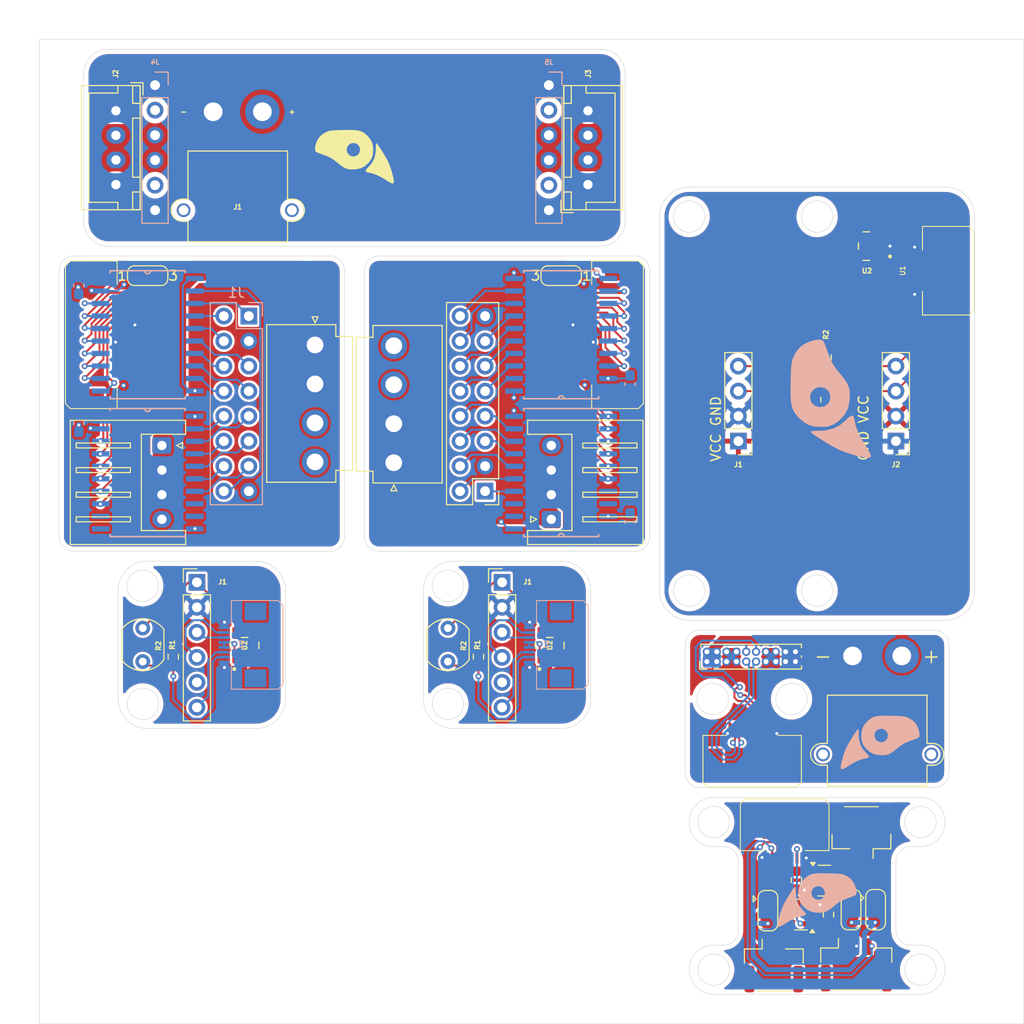
<source format=kicad_pcb>
(kicad_pcb (version 20241229) (generator "pcbnew") (generator_version "9.0")
  (layers (0 "F.Cu" signal) (2 "B.Cu" signal) (13 "F.Paste" user) (15 "B.Paste" user) (5 "F.SilkS" user "F.Silkscreen") (7 "B.SilkS" user "B.Silkscreen") (1 "F.Mask" user) (3 "B.Mask" user) (25 "Edge.Cuts" user))
  (net 0 "")
  (net 1 "I2C SDA")
  (net 2 "+3V3")
  (net 3 "I2C SCL")
  (net 4 "GPIO")
  (net 5 "GND")
  (net 7 "Analog")
  (net 8 "+5V")
  (net 9 "GPIO 0")
  (net 10 "GPIO 1")
  (net 11 "GPIO 3")
  (net 12 "GPIO 2")
  (net 13 "G0")
  (net 14 "B")
  (net 15 "G1")
  (net 16 "E")
  (net 17 "CLK")
  (net 18 "B1")
  (net 19 "B0")
  (net 20 "A")
  (net 21 "D")
  (net 22 "R1")
  (net 23 "R0")
  (net 24 "OE")
  (net 25 "C")
  (net 26 "LAT")
  (net 27 "Disp Display Select")
  (net 28 "Disp GPIO 14")
  (net 29 "Disp GPIO 8")
  (net 30 "Disp GPIO 10")
  (net 31 "Disp GPIO 11")
  (net 32 "Disp GPIO 3")
  (net 33 "Disp GPIO 13")
  (net 34 "Disp GPIO 12")
  (net 35 "Disp GPIO 7")
  (net 36 "Disp GPIO 0")
  (net 37 "Disp GPIO 4")
  (net 38 "Disp GPIO 5")
  (net 39 "Disp GPIO 15")
  (net 40 "Disp GPIO 1")
  (net 41 "Disp GPIO 6")
  (net 42 "Disp GPIO 9")
  (net 43 "Disp GPIO 2")
  (net 47 "Alt A")
  (net 49 "Alt C")
  (net 50 "Alt B")
  (net 51 "Alt R0")
  (net 52 "Alt OE")
  (net 53 "Alt D")
  (net 54 "Alt B0")
  (net 55 "Alt CLK")
  (net 56 "Alt G1")
  (net 57 "Alt G0")
  (net 58 "Alt E")
  (net 59 "Alt B1")
  (net 60 "Alt LAT")
  (net 61 "Alt R1")
  (net 62 "Alt Disp GPIO 8")
  (net 63 "Alt Disp GPIO 7")
  (net 64 "Alt Disp Display Select")
  (net 65 "Alt Disp GPIO 4")
  (net 66 "Alt Disp GPIO 1")
  (net 67 "Alt Disp GPIO 5")
  (net 68 "Alt Disp GPIO 3")
  (net 69 "Alt Disp GPIO 6")
  (net 70 "Alt Disp GPIO 0")
  (net 71 "Alt Disp GPIO 2")
  (net 72 "Alt Disp GPIO 9")
  (net 73 "Alt Disp GPIO 13")
  (net 76 "Alt Disp GPIO 14")
  (net 77 "Alt Disp GPIO 11")
  (net 78 "Alt Disp GPIO 12")
  (net 81 "Alt Disp GPIO 10")
  (net 82 "Alt Disp GPIO 15")
  (net 83 "Mic Analog")
  (net 84 "Net-(J1-Pin_1)")
  (net 85 "Net-(J2-Pin_2)")
  (net 86 "Net-(J2-Pin_1)")
  (net 87 "Net-(J3-Pin_1)")
  (net 88 "Net-(J3-Pin_2)")
  (net 89 "Fan 0")
  (net 90 "Fan 1")
  (net 91 "+RAWVS")
  (net 92 "Power UART RX")
  (net 93 "Power USB -")
  (net 94 "Power UART TX")
  (net 95 "Power USB +")
  (net 96 "Power GPIO 0")
  (net 97 "Power GPIO 1")
  (footprint "TLV 3V3 Regulator:SOT95P280X145-5N" (layer "F.Cu") (at 50.845 91.55 90)
    (property "Reference" "U2")
    (property "Value" "TLV74133PDBVR" (hide yes))
  )
  (footprint "Connector_PinHeader_2.54mm:PinHeader_1x06_P2.54mm_Vertical" (layer "F.Cu") (at 46 85.15)
    (property "Reference" "J1")
    (property "Value" "VL53L0X" (hide yes))
  )
  (footprint "FFC:FFC 0.8mm 20P" (layer "F.Cu") (at 38 60 -90)
    (property "Reference" "U1" (hide yes))
    (property "Value" "D0 FFC" (hide yes))
  )
  (footprint "Resistor_SMD:R_0603_1608Metric_Pad0.98x0.95mm_HandSolder" (layer "F.Cu") (at 110.154016 118.895984 90)
    (property "Reference" "R2" (hide yes))
    (property "Value" "10K" (hide yes))
  )
  (footprint "Connector_JST:JST_XH_B4B-XH-A_1x04_P2.50mm_Vertical" (layer "F.Cu") (at 85.725 44.75 90)
    (property "Reference" "J3")
    (property "Value" "D1 FFC" (hide yes))
  )
  (footprint "Connector_JST:JST_GH_SM02B-GHS-TB_1x02-1MP_P1.25mm_Horizontal" (layer "F.Cu") (at 113.5 110.5 180)
    (property "Reference" "J2" (hide yes))
    (property "Value" "Conn_01x02_Socket" (hide yes))
  )
  (footprint "Connector_PinHeader_2.54mm:PinHeader_1x04_P2.54mm_Vertical" (layer "F.Cu") (at 117 70.81 180)
    (property "Reference" "J2")
    (property "Value" "Conn_01x04_Socket" (hide yes))
  )
  (footprint "Connector_JST:JST_XH_S4B-XH-A_1x04_P2.50mm_Horizontal" (layer "F.Cu") (at 42.445 71.25 -90)
    (property "Reference" "J2" (hide yes))
    (property "Value" "Input" (hide yes))
  )
  (footprint "Package_TO_SOT_SMD:SOT-23" (layer "F.Cu") (at 107.354016 118.895984 180)
    (property "Reference" "Q2" (hide yes))
    (property "Value" "DMG3402L" (hide yes))
  )
  (footprint "Jumper:SolderJumper-3_P1.3mm_Open_RoundedPad1.0x1.5mm_NumberLabels" (layer "F.Cu") (at 83 54 180)
    (property "Reference" "JP2" (hide yes))
    (property "Value" "SolderJumper_3_Open" (hide yes))
  )
  (footprint "Connector_PinHeader_2.54mm:PinHeader_1x04_P2.54mm_Vertical" (layer "F.Cu") (at 101 70.81 180)
    (property "Reference" "J1")
    (property "Value" "Conn_01x04_Socket" (hide yes))
  )
  (footprint "OptoDevice:R_LDR_5.1x4.3mm_P3.4mm_Vertical" (layer "F.Cu") (at 40.5 89.8 -90)
    (property "Reference" "R1")
    (property "Value" "R_Photo" (hide yes))
  )
  (footprint "Connector_AMASS:AMASS_XT30PW-M_1x02_P2.50mm_Horizontal" (layer "F.Cu") (at 47.65 37.35 180)
    (property "Reference" "J1")
    (property "Value" "S JST" (hide yes))
  )
  (footprint "Connector_JST:JST_VH_B4P-VH-B_1x04_P3.96mm_Vertical" (layer "F.Cu") (at 66 73 90)
    (property "Reference" "J6" (hide yes))
    (property "Value" "Output" (hide yes))
  )
  (footprint "Jumper:SolderJumper-3_P1.3mm_Open_RoundedPad1.0x1.5mm_NumberLabels" (layer "F.Cu") (at 41 54)
    (property "Reference" "JP1" (hide yes))
    (property "Value" "SolderJumper_3_Open" (hide yes))
  )
  (footprint "Connector_PinHeader_2.54mm:PinHeader_2x08_P2.54mm_Vertical" (layer "F.Cu") (at 75.275 75.89 180)
    (property "Reference" "J4" (hide yes))
    (property "Value" "HUB75" (hide yes))
  )
  (footprint "Resistor_SMD:R_0603_1608Metric_Pad0.98x0.95mm_HandSolder" (layer "F.Cu") (at 106.9 115.4 -90)
    (property "Reference" "R1" (hide yes))
    (property "Value" "10K" (hide yes))
  )
  (footprint "LOGO" (layer "F.Cu") (at 62 42)
    (property "Reference" "G***" (hide yes))
    (property "Value" "LOGO" (hide yes))
  )
  (footprint "TLV 3V3 Regulator:SOT95P280X145-5N" (layer "F.Cu") (at 81.845 91.55 90)
    (property "Reference" "U2")
    (property "Value" "TLV74133PDBVR" (hide yes))
  )
  (footprint "Connector_JST:JST_VH_B4P-VH-B_1x04_P3.96mm_Vertical" (layer "F.Cu") (at 58 61.04 -90)
    (property "Reference" "J3" (hide yes))
    (property "Value" "Output" (hide yes))
  )
  (footprint "Jumper:SolderJumper-3_P1.3mm_Open_RoundedPad1.0x1.5mm" (layer "F.Cu") (at 112.4425 118.4 -90)
    (property "Reference" "JP1" (hide yes))
    (property "Value" "SolderJumper_3_Open" (hide yes))
  )
  (footprint "TLV 3V3 Regulator:SOT95P280X145-5N" (layer "F.Cu") (at 114 51 180)
    (property "Reference" "U2")
    (property "Value" "TLV74133PDBVR" (hide yes))
  )
  (footprint "Jumper:SolderJumper-3_P1.3mm_Open_RoundedPad1.0x1.5mm" (layer "F.Cu") (at 114.9425 118.4 -90)
    (property "Reference" "JP2" (hide yes))
    (property "Value" "SolderJumper_3_Open" (hide yes))
  )
  (footprint "Connector_AMASS:AMASS_XT30PW-M_1x02_P2.50mm_Horizontal" (layer "F.Cu") (at 112.6 92.625 180)
    (property "Reference" "J1" (hide yes))
    (property "Value" "Conn_01x02_Socket" (hide yes))
  )
  (footprint "Resistor_SMD:R_0603_1608Metric_Pad0.98x0.95mm_HandSolder" (layer "F.Cu") (at 74.6 92.7 90)
    (property "Reference" "R2")
    (property "Value" "2Kohm" (hide yes))
  )
  (footprint "FFC:FFC 0.8mm 8P" (layer "F.Cu") (at 105.7 112.5 180)
    (property "Reference" "U2" (hide yes))
    (property "Value" "F FFC" (hide yes))
  )
  (footprint "Connector_JST:JST_GH_SM03B-GHS-TB_1x03-1MP_P1.25mm_Horizontal" (layer "F.Cu") (at 112.975 124)
    (property "Reference" "J1" (hide yes))
    (property "Value" "Conn_01x03_Socket" (hide yes))
  )
  (footprint "Resistor_SMD:R_0603_1608Metric_Pad0.98x0.95mm_HandSolder" (layer "F.Cu") (at 43.6 92.7 90)
    (property "Reference" "R2")
    (property "Value" "2Kohm" (hide yes))
  )
  (footprint "Jumper:SolderJumper-3_P1.3mm_Open_RoundedPad1.0x1.5mm" (layer "F.Cu") (at 104 118.5 -90)
    (property "Reference" "JP3" (hide yes))
    (property "Value" "SolderJumper_3_Open" (hide yes))
  )
  (footprint "Connector_JST:JST_XH_S4B-XH-A_1x04_P2.50mm_Horizontal" (layer "F.Cu") (at 82 78.75 90)
    (property "Reference" "J5" (hide yes))
    (property "Value" "Input" (hide yes))
  )
  (footprint "Resistor_SMD:R_0603_1608Metric_Pad0.98x0.95mm_HandSolder" (layer "F.Cu") (at 109.9 62.3 -90)
    (property "Reference" "R2")
    (property "Value" "10Kohms" (hide yes))
  )
  (footprint "Resistor_SMD:R_0603_1608Metric_Pad0.98x0.95mm_HandSolder" (layer "F.Cu") (at 109.9 66.6 90)
    (property "Reference" "R1")
    (property "Value" "10Kohms" (hide yes))
  )
  (footprint "Connector_JST:JST_XH_B4B-XH-A_1x04_P2.50mm_Vertical" (layer "F.Cu") (at 37.775 37.25 -90)
    (property "Reference" "J2")
    (property "Value" "D0 FFC" (hide yes))
  )
  (footprint "FFC:FFC 0.8mm 8P" (layer "F.Cu") (at 119.6 53.5 90)
    (property "Reference" "U1")
    (property "Value" "~" (hide yes))
  )
  (footprint "FCC:FFC 0.8mm 20P" (layer "F.Cu") (at 86 59.999999 90)
    (property "Reference" "U4" (hide yes))
    (property "Value" "D0 FFC" (hide yes))
  )
  (footprint "OptoDevice:R_LDR_5.1x4.3mm_P3.4mm_Vertical" (layer "F.Cu") (at 71.5 89.8 -90)
    (property "Reference" "R1")
    (property "Value" "R_Photo" (hide yes))
  )
  (footprint "Connector_PinHeader_2.54mm:PinHeader_1x06_P2.54mm_Vertical" (layer "F.Cu") (at 77 85.15)
    (property "Reference" "J1")
    (property "Value" "VL53L0X" (hide yes))
  )
  (footprint "Connector_PinHeader_1.00mm:PinHeader_2x10_P1.00mm_Vertical" (layer "F.Cu") (at 97.8 93.2 90)
    (property "Reference" "J2" (hide yes))
    (property "Value" "Conn_02x10_Odd_Even" (hide yes))
  )
  (footprint "Package_TO_SOT_SMD:SOT-23" (layer "F.Cu") (at 109.7375 115.45)
    (property "Reference" "Q1" (hide yes))
    (property "Value" "DMG3402L" (hide yes))
  )
  (footprint "Connector_JST:JST_GH_SM02B-GHS-TB_1x02-1MP_P1.25mm_Horizontal" (layer "F.Cu") (at 104.6 124.1)
    (property "Reference" "J3" (hide yes))
    (property "Value" "Conn_01x02_Socket" (hide yes))
  )
  (footprint "FFC:FFC 0.8mm 10P" (layer "F.Cu") (at 102.4 100.6)
    (property "Reference" "U1" (hide yes))
    (property "Value" "~" (hide yes))
  )
  (footprint "Connector_PinHeader_2.54mm:PinHeader_2x08_P2.54mm_Vertical" (layer "B.Cu") (at 51.275 58.11 180)
    (property "Reference" "J1")
    (property "Value" "HUB75" (hide yes))
  )
  (footprint "Capacitor_SMD:C_0603_1608Metric_Pad1.08x0.95mm_HandSolder" (layer "B.Cu") (at 90 79 90)
    (property "Reference" "C4" (hide yes))
    (property "Value" "10uF" (hide yes))
  )
  (footprint "Capacitor_SMD:C_0603_1608Metric_Pad1.08x0.95mm_HandSolder" (layer "B.Cu") (at 34 69 -90)
    (property "Reference" "C2" (hide yes))
    (property "Value" "10uF" (hide yes))
  )
  (footprint "LOGO" (layer "B.Cu") (at 109 117.5 180)
    (property "Reference" "G***" (hide yes))
    (property "Value" "LOGO" (hide yes))
  )
  (footprint "FFC:FFC 0.8mm 8P" (layer "B.Cu") (at 49.4 91.5 -90)
    (property "Reference" "U1")
    (property "Value" "~" (hide yes))
  )
  (footprint "Connector_PinHeader_2.54mm:PinHeader_1x06_P2.54mm_Vertical" (layer "B.Cu") (at 81.75 34.65 180)
    (property "Reference" "J5")
    (property "Value" "S Pins B" (hide yes))
  )
  (footprint "74HC245D:SOIC127P1032X265-20N" (layer "B.Cu") (at 41 60 180)
    (property "Reference" "U2" (hide yes))
    (property "Value" "74HC245D_653" (hide yes))
  )
  (footprint "Capacitor_SMD:C_0603_1608Metric_Pad1.08x0.95mm_HandSolder" (layer "B.Cu") (at 34 55 -90)
    (property "Reference" "C1" (hide yes))
    (property "Value" "10uF" (hide yes))
  )
  (footprint "74HC245D:SOIC127P1032X265-20N" (layer "B.Cu") (at 41 74 180)
    (property "Reference" "U3" (hide yes))
    (property "Value" "74HC245D_653" (hide yes))
  )
  (footprint "Capacitor_SMD:C_0603_1608Metric_Pad1.08x0.95mm_HandSolder" (layer "B.Cu") (at 90 65 90)
    (property "Reference" "C3" (hide yes))
    (property "Value" "10uF" (hide yes))
  )
  (footprint "LOGO" (layer "B.Cu") (at 115.4 101.5 180)
    (property "Reference" "G***" (hide yes))
    (property "Value" "LOGO" (hide yes))
  )
  (footprint "74HC245:SOIC127P1032X265-20N" (layer "B.Cu") (at 83 74)
    (property "Reference" "U6" (hide yes))
    (property "Value" "74HC245D_653" (hide yes))
  )
  (footprint "74HC245:SOIC127P1032X265-20N" (layer "B.Cu") (at 83 60)
    (property "Reference" "U5" (hide yes))
    (property "Value" "74HC245D_653" (hide yes))
  )
  (footprint "LOGO" (layer "B.Cu") (at 110.5 66.5 -90)
    (property "Reference" "G***" (hide yes))
    (property "Value" "LOGO" (hide yes))
  )
  (footprint "FFC:FFC 0.8mm 8P" (layer "B.Cu") (at 80.4 91.5 -90)
    (property "Reference" "U1")
    (property "Value" "~" (hide yes))
  )
  (footprint "Connector_PinHeader_2.54mm:PinHeader_1x06_P2.54mm_Vertical" (layer "B.Cu") (at 41.75 34.65 180)
    (property "Reference" "J4")
    (property "Value" "S Pins A" (hide yes))
  )
  (gr_circle (center 98.5 109.5) (end 98.5 107.9) (stroke (width 0.05)) (fill no) (layer "Edge.Cuts"))
  (gr_line (start 55 86) (end 55 97) (stroke (width 0.05)) (layer "Edge.Cuts"))
  (gr_arc (start 61 80.5) (mid 60.56066 81.56066) (end 59.5 82) (stroke (width 0.05)) (layer "Edge.Cuts"))
  (gr_arc (start 52 83) (mid 54.12132 83.87868) (end 55 86) (stroke (width 0.05)) (layer "Edge.Cuts"))
  (gr_arc (start 83 83) (mid 85.12132 83.87868) (end 86 86) (stroke (width 0.05)) (layer "Edge.Cuts"))
  (gr_line (start 122 89) (end 96 89) (stroke (width 0.05)) (layer "Edge.Cuts"))
  (gr_arc (start 120.9 90) (mid 121.96066 90.43934) (end 122.4 91.5) (stroke (width 0.05)) (layer "Edge.Cuts"))
  (gr_arc (start 59.5 52) (mid 60.56066 52.43934) (end 61 53.5) (stroke (width 0.05)) (layer "Edge.Cuts"))
  (gr_arc (start 64.5 82) (mid 63.43934 81.56066) (end 63 80.5) (stroke (width 0.05)) (layer "Edge.Cuts"))
  (gr_line (start 98.5 122) (end 99.5 122) (stroke (width 0.05)) (layer "Edge.Cuts"))
  (gr_arc (start 41 100) (mid 38.87868 99.12132) (end 38 97) (stroke (width 0.05)) (layer "Edge.Cuts"))
  (gr_arc (start 92 80.5) (mid 91.56066 81.56066) (end 90.5 82) (stroke (width 0.05)) (layer "Edge.Cuts"))
  (gr_line (start 61 53.5) (end 61 80.5) (stroke (width 0.05)) (layer "Edge.Cuts"))
  (gr_line (start 34.5 48.5) (end 34.5 33.5) (stroke (width 0.05)) (layer "Edge.Cuts"))
  (gr_circle (center 96 48) (end 94.4 48) (stroke (width 0.05)) (fill no) (layer "Edge.Cuts"))
  (gr_arc (start 34.5 33.5) (mid 35.232233 31.732233) (end 37 31) (stroke (width 0.05)) (layer "Edge.Cuts"))
  (gr_arc (start 118.5 122) (mid 117.43934 121.56066) (end 117 120.5) (stroke (width 0.05)) (layer "Edge.Cuts"))
  (gr_arc (start 125 86) (mid 124.12132 88.12132) (end 122 89) (stroke (width 0.05)) (layer "Edge.Cuts"))
  (gr_line (start 87 51) (end 37 51) (stroke (width 0.05)) (layer "Edge.Cuts"))
  (gr_arc (start 93 48) (mid 93.87868 45.87868) (end 96 45) (stroke (width 0.05)) (layer "Edge.Cuts"))
  (gr_line (start 99.5 112) (end 98.5 112) (stroke (width 0.05)) (layer "Edge.Cuts"))
  (gr_line (start 59.5 52) (end 33.5 52) (stroke (width 0.05)) (layer "Edge.Cuts"))
  (gr_arc (start 72 100) (mid 69.87868 99.12132) (end 69 97) (stroke (width 0.05)) (layer "Edge.Cuts"))
  (gr_arc (start 119.5 122) (mid 122 124.5) (end 119.5 127) (stroke (width 0.05)) (layer "Edge.Cuts"))
  (gr_arc (start 122 45) (mid 124.12132 45.87868) (end 125 48) (stroke (width 0.05)) (layer "Edge.Cuts"))
  (gr_arc (start 117 113.5) (mid 117.43934 112.43934) (end 118.5 112) (stroke (width 0.05)) (layer "Edge.Cuts"))
  (gr_line (start 63 53.5) (end 63 80.5) (stroke (width 0.05)) (layer "Edge.Cuts"))
  (gr_line (start 101 120.5) (end 101 113.5) (stroke (width 0.05)) (layer "Edge.Cuts"))
  (gr_line (start 52 100) (end 41 100) (stroke (width 0.05)) (layer "Edge.Cuts"))
  (gr_line (start 83 100) (end 72 100) (stroke (width 0.05)) (layer "Edge.Cuts"))
  (gr_arc (start 119.5 107) (mid 122 109.5) (end 119.5 112) (stroke (width 0.05)) (layer "Edge.Cuts"))
  (gr_circle (center 40.5 85.5) (end 40.5 83.9) (stroke (width 0.05)) (fill no) (layer "Edge.Cuts"))
  (gr_circle (center 96 86) (end 94.4 86) (stroke (width 0.05)) (fill no) (layer "Edge.Cuts"))
  (gr_line (start 64.5 52) (end 90.5 52) (stroke (width 0.05)) (layer "Edge.Cuts"))
  (gr_rect (start 30 30) (end 130 130) (stroke (width 0.05)) (fill no) (layer "Edge.Cuts"))
  (gr_circle (center 98.5 124.5) (end 98.5 122.9) (stroke (width 0.05)) (fill no) (layer "Edge.Cuts"))
  (gr_line (start 93 86) (end 93 48) (stroke (width 0.05)) (layer "Edge.Cuts"))
  (gr_circle (center 98.4 97) (end 98.4 95.4) (stroke (width 0.05)) (fill no) (layer "Edge.Cuts"))
  (gr_line (start 98.5 107) (end 119.5 107) (stroke (width 0.05)) (layer "Edge.Cuts"))
  (gr_line (start 96 45) (end 122 45) (stroke (width 0.05)) (layer "Edge.Cuts"))
  (gr_line (start 119.5 112) (end 118.5 112) (stroke (width 0.05)) (layer "Edge.Cuts"))
  (gr_arc (start 86 97) (mid 85.12132 99.12132) (end 83 100) (stroke (width 0.05)) (layer "Edge.Cuts"))
  (gr_arc (start 90.5 52) (mid 91.56066 52.43934) (end 92 53.5) (stroke (width 0.05)) (layer "Edge.Cuts"))
  (gr_circle (center 119.5 109.5) (end 119.5 107.9) (stroke (width 0.05)) (fill no) (layer "Edge.Cuts"))
  (gr_circle (center 109 48) (end 107.4 48) (stroke (width 0.05)) (fill no) (layer "Edge.Cuts"))
  (gr_line (start 69 97) (end 69 86) (stroke (width 0.05)) (layer "Edge.Cuts"))
  (gr_arc (start 69 86) (mid 69.87868 83.87868) (end 72 83) (stroke (width 0.05)) (layer "Edge.Cuts"))
  (gr_arc (start 37 51) (mid 35.232233 50.267767) (end 34.5 48.5) (stroke (width 0.05)) (layer "Edge.Cuts"))
  (gr_line (start 95.6 104.5) (end 95.6 91.5) (stroke (width 0.05)) (layer "Edge.Cuts"))
  (gr_circle (center 71.5 97.5) (end 71.5 95.9) (stroke (width 0.05)) (fill no) (layer "Edge.Cuts"))
  (gr_line (start 122.4 91.5) (end 122.4 104.5) (stroke (width 0.05)) (layer "Edge.Cuts"))
  (gr_arc (start 63 53.5) (mid 63.43934 52.43934) (end 64.5 52) (stroke (width 0.05)) (layer "Edge.Cuts"))
  (gr_circle (center 71.5 85.5) (end 71.5 83.9) (stroke (width 0.05)) (fill no) (layer "Edge.Cuts"))
  (gr_line (start 37 31) (end 87 31) (stroke (width 0.05)) (layer "Edge.Cuts"))
  (gr_line (start 64.5 82) (end 90.5 82) (stroke (width 0.05)) (layer "Edge.Cuts"))
  (gr_circle (center 109 86) (end 107.4 86) (stroke (width 0.05)) (fill no) (layer "Edge.Cuts"))
  (gr_arc (start 87 31) (mid 88.767767 31.732233) (end 89.5 33.5) (stroke (width 0.05)) (layer "Edge.Cuts"))
  (gr_line (start 41 83) (end 52 83) (stroke (width 0.05)) (layer "Edge.Cuts"))
  (gr_line (start 118.5 122) (end 119.5 122) (stroke (width 0.05)) (layer "Edge.Cuts"))
  (gr_line (start 92 53.5) (end 92 80.5) (stroke (width 0.05)) (layer "Edge.Cuts"))
  (gr_line (start 86 86) (end 86 97) (stroke (width 0.05)) (layer "Edge.Cuts"))
  (gr_line (start 38 97) (end 38 86) (stroke (width 0.05)) (layer "Edge.Cuts"))
  (gr_arc (start 99.5 112) (mid 100.56066 112.43934) (end 101 113.5) (stroke (width 0.05)) (layer "Edge.Cuts"))
  (gr_line (start 59.5 82) (end 33.5 82) (stroke (width 0.05)) (layer "Edge.Cuts"))
  (gr_arc (start 122.4 104.5) (mid 121.96066 105.56066) (end 120.9 106) (stroke (width 0.05)) (layer "Edge.Cuts"))
  (gr_circle (center 106.4 97) (end 106.4 95.4) (stroke (width 0.05)) (fill no) (layer "Edge.Cuts"))
  (gr_arc (start 89.5 48.5) (mid 88.767767 50.267767) (end 87 51) (stroke (width 0.05)) (layer "Edge.Cuts"))
  (gr_line (start 117 113.5) (end 117 120.5) (stroke (width 0.05)) (layer "Edge.Cuts"))
  (gr_arc (start 55 97) (mid 54.12132 99.12132) (end 52 100) (stroke (width 0.05)) (layer "Edge.Cuts"))
  (gr_line (start 97.1 90) (end 120.9 90) (stroke (width 0.05)) (layer "Edge.Cuts"))
  (gr_arc (start 97.1 106) (mid 96.03934 105.56066) (end 95.6 104.5) (stroke (width 0.05)) (layer "Edge.Cuts"))
  (gr_line (start 120.9 106) (end 97.1 106) (stroke (width 0.05)) (layer "Edge.Cuts"))
  (gr_arc (start 33.5 82) (mid 32.43934 81.56066) (end 32 80.5) (stroke (width 0.05)) (layer "Edge.Cuts"))
  (gr_circle (center 119.5 124.5) (end 119.5 122.9) (stroke (width 0.05)) (fill no) (layer "Edge.Cuts"))
  (gr_circle (center 40.5 97.5) (end 40.5 95.9) (stroke (width 0.05)) (fill no) (layer "Edge.Cuts"))
  (gr_arc (start 96 89) (mid 93.87868 88.12132) (end 93 86) (stroke (width 0.05)) (layer "Edge.Cuts"))
  (gr_line (start 89.5 33.5) (end 89.5 48.5) (stroke (width 0.05)) (layer "Edge.Cuts"))
  (gr_arc (start 98.5 112) (mid 96 109.5) (end 98.5 107) (stroke (width 0.05)) (layer "Edge.Cuts"))
  (gr_arc (start 38 86) (mid 38.87868 83.87868) (end 41 83) (stroke (width 0.05)) (layer "Edge.Cuts"))
  (gr_arc (start 101 120.5) (mid 100.56066 121.56066) (end 99.5 122) (stroke (width 0.05)) (layer "Edge.Cuts"))
  (gr_arc (start 98.5 127) (mid 96 124.5) (end 98.5 122) (stroke (width 0.05)) (layer "Edge.Cuts"))
  (gr_arc (start 95.6 91.5) (mid 96.03934 90.43934) (end 97.1 90) (stroke (width 0.05)) (layer "Edge.Cuts"))
  (gr_line (start 32 53.5) (end 32 80.5) (stroke (width 0.05)) (layer "Edge.Cuts"))
  (gr_line (start 125 48) (end 125 86) (stroke (width 0.05)) (layer "Edge.Cuts"))
  (gr_line (start 72 83) (end 83 83) (stroke (width 0.05)) (layer "Edge.Cuts"))
  (gr_arc (start 32 53.5) (mid 32.43934 52.43934) (end 33.5 52) (stroke (width 0.05)) (layer "Edge.Cuts"))
  (gr_line (start 119.5 127) (end 98.5 127) (stroke (width 0.05)) (layer "Edge.Cuts"))
  (gr_text "GND VCC" (at 114.3 72.9 90) (layer "F.SilkS") (effects (font (size 1 1)) (justify left bottom)))
  (gr_text "VCC GND" (at 99.3 73 90) (layer "F.SilkS") (effects (font (size 1 1)) (justify left bottom)))
  (segment (start 75.849 91.619) (end 75.849 89.75324) (width 0.2) (layer "B.Cu") (net 1))
  (segment (start 76.60224 89) (end 77.698 89) (width 0.2) (layer "B.Cu") (net 1))
  (segment (start 44.849 91.619) (end 44.849 89.75324) (width 0.2) (layer "B.Cu") (net 1))
  (segment (start 75.849 89.75324) (end 76.60224 89) (width 0.2) (layer "B.Cu") (net 1))
  (segment (start 46 92.77) (end 44.849 91.619) (width 0.2) (layer "B.Cu") (net 1))
  (segment (start 78.948 90.25) (end 79.75 90.25) (width 0.2) (layer "B.Cu") (net 1))
  (segment (start 77 92.77) (end 75.849 91.619) (width 0.2) (layer "B.Cu") (net 1))
  (segment (start 46.698 89) (end 47.948 90.25) (width 0.2) (layer "B.Cu") (net 1))
  (segment (start 44.849 89.75324) (end 45.60224 89) (width 0.2) (layer "B.Cu") (net 1))
  (segment (start 47.948 90.25) (end 48.75 90.25) (width 0.2) (layer "B.Cu") (net 1))
  (segment (start 45.60224 89) (end 46.698 89) (width 0.2) (layer "B.Cu") (net 1))
  (segment (start 77.698 89) (end 78.948 90.25) (width 0.2) (layer "B.Cu") (net 1))
  (segment (start 40.5 89.8) (end 45.15 85.15) (width 0.2) (layer "F.Cu") (net 2))
  (segment (start 49.895 90.295) (end 49.895 89.045) (width 0.2) (layer "F.Cu") (net 2))
  (segment (start 76.15 85.15) (end 77 85.15) (width 0.2) (layer "F.Cu") (net 2))
  (segment (start 104.949999 113.15) (end 104.949999 111.899999) (width 0.2) (layer "F.Cu") (net 2))
  (segment (start 104.949999 111.899999) (end 104.6 111.55) (width 0.2) (layer "F.Cu") (net 2))
  (segment (start 104.6 111.55) (end 103.7 111.55) (width 0.2) (layer "F.Cu") (net 2))
  (segment (start 80.895 89.045) (end 77 85.15) (width 0.2) (layer "F.Cu") (net 2))
  (segment (start 103.7 111.55) (end 103.2 112.05) (width 0.2) (layer "F.Cu") (net 2))
  (segment (start 45.15 85.15) (end 46 85.15) (width 0.2) (layer "F.Cu") (net 2))
  (segment (start 71.5 89.8) (end 76.15 85.15) (width 0.2) (layer "F.Cu") (net 2))
  (segment (start 112.4425 119.7) (end 112.5 119.7) (width 0.5) (layer "F.Cu") (net 2))
  (segment (start 114.9425 119.7) (end 114.9 119.7) (width 0.5) (layer "F.Cu") (net 2))
  (segment (start 49.895 89.045) (end 46 85.15) (width 0.2) (layer "F.Cu") (net 2))
  (segment (start 80.895 90.295) (end 80.895 89.045) (width 0.2) (layer "F.Cu") (net 2))
  (via (at 112.5 119.7) (size 0.5) (drill 0.3) (layers "F.Cu" "B.Cu") (net 2))
  (via (at 104 119.8) (size 0.5) (drill 0.3) (layers "F.Cu" "B.Cu") (net 2))
  (via (at 103.2 112.05) (size 0.6) (drill 0.3) (layers "F.Cu" "B.Cu") (net 2))
  (via (at 114.9 119.7) (size 0.5) (drill 0.3) (layers "F.Cu" "B.Cu") (net 2))
  (segment (start 112.5 119.7) (end 114.9 119.7) (width 0.5) (layer "B.Cu") (net 2))
  (segment (start 102.5 112.937925) (end 102.5 119.8) (width 0.5) (layer "B.Cu") (net 2))
  (segment (start 102.5 119.8) (end 104 119.8) (width 0.5) (layer "B.Cu") (net 2))
  (segment (start 112.3 124.5) (end 113.8 123) (width 0.5) (layer "B.Cu") (net 2))
  (segment (start 102.5 112.937925) (end 102.5 112.75) (width 0.5) (layer "B.Cu") (net 2))
  (segment (start 102.5 119.8) (end 102.5 123.1) (width 0.5) (layer "B.Cu") (net 2))
  (segment (start 103.9 124.5) (end 112.3 124.5) (width 0.5) (layer "B.Cu") (net 2))
  (segment (start 113.8 120.8) (end 114.9 119.7) (width 0.5) (layer "B.Cu") (net 2))
  (segment (start 102.5 123.1) (end 103.9 124.5) (width 0.5) (layer "B.Cu") (net 2))
  (segment (start 102.5 112.75) (end 103.2 112.05) (width 0.5) (layer "B.Cu") (net 2))
  (segment (start 113.8 123) (end 113.8 120.8) (width 0.5) (layer "B.Cu") (net 2))
  (segment (start 48.750001 90.75) (end 46.52 90.75) (width 0.2) (layer "B.Cu") (net 3))
  (segment (start 77.52 90.75) (end 77 90.23) (width 0.2) (layer "B.Cu") (net 3))
  (segment (start 46.52 90.75) (end 46 90.23) (width 0.2) (layer "B.Cu") (net 3))
  (segment (start 79.750001 90.75) (end 77.52 90.75) (width 0.2) (layer "B.Cu") (net 3))
  (segment (start 78.947999 92.250001) (end 78.151 93.047) (width 0.2) (layer "B.Cu") (net 4))
  (segment (start 79.75 92.250001) (end 78.947999 92.250001) (width 0.2) (layer "B.Cu") (net 4))
  (segment (start 47.947999 92.250001) (end 47.151 93.047) (width 0.2) (layer "B.Cu") (net 4))
  (segment (start 47.151 93.047) (end 47.151 96.699) (width 0.2) (layer "B.Cu") (net 4))
  (segment (start 48.75 92.250001) (end 47.947999 92.250001) (width 0.2) (layer "B.Cu") (net 4))
  (segment (start 47.151 96.699) (end 46 97.85) (width 0.2) (layer "B.Cu") (net 4))
  (segment (start 78.151 96.699) (end 77 97.85) (width 0.2) (layer "B.Cu") (net 4))
  (segment (start 78.151 93.047) (end 78.151 96.699) (width 0.2) (layer "B.Cu") (net 4))
  (segment (start 106.65 92.2) (end 106.8 92.2) (width 0.5) (layer "F.Cu") (net 5))
  (segment (start 109.254016 117.945984) (end 109.3 117.9) (width 0.2) (layer "F.Cu") (net 5))
  (segment (start 98.8 92.2) (end 98.8 93.2) (width 0.5) (layer "F.Cu") (net 5))
  (segment (start 107.6875 116.4125) (end 107.7 116.4) (width 0.2) (layer "F.Cu") (net 5))
  (segment (start 105.8 91.961148) (end 105.8 92.2) (width 0.5) (layer "F.Cu") (net 5))
  (segment (start 107.7 116.4) (end 108.8 116.4) (width 0.2) (layer "F.Cu") (net 5))
  (segment (start 38.65 65.05) (end 38.65 64.749999) (width 0.2) (layer "F.Cu") (net 5))
  (segment (start 107.45 113.15) (end 107.9 113.15) (width 0.2) (layer "F.Cu") (net 5))
  (segment (start 112.975 122.125) (end 113 122.1) (width 0.2) (layer "F.Cu") (net 5))
  (segment (start 97.8 93.2) (end 97.8 92.2) (width 0.5) (layer "F.Cu") (net 5))
  (segment (start 97.8 92.2) (end 98.8 93.2) (width 0.5) (layer "F.Cu") (net 5))
  (segment (start 103.950001 113.15) (end 103.45 113.15) (width 0.2) (layer "F.Cu") (net 5))
  (segment (start 105.8 92.2) (end 106.8 92.2) (width 0.5) (layer "F.Cu") (net 5))
  (segment (start 112.975 122.15) (end 112.975 122.125) (width 0.2) (layer "F.Cu") (net 5))
  (segment (start 118.95 55.25) (end 118.95 55.85) (width 0.2) (layer "F.Cu") (net 5))
  (segment (start 104.7 100.3) (end 104.7 100.000001) (width 0.2) (layer "F.Cu") (net 5))
  (segment (start 99.426 91.324) (end 105.162852 91.324) (width 0.5) (layer "F.Cu") (net 5))
  (segment (start 85.35 64.75) (end 85.35 65.05) (width 0.2) (layer "F.Cu") (net 5))
  (segment (start 98.8 91.95) (end 99.426 91.324) (width 0.5) (layer "F.Cu") (net 5))
  (segment (start 98.8 92.2) (end 97.8 93.2) (width 0.5) (layer "F.Cu") (net 5))
  (segment (start 85.35 54.85) (end 85.3 54.8) (width 0.2) (layer "F.Cu") (net 5))
  (segment (start 104.7 100.000001) (end 104.649999 99.95) (width 0.2) (layer "F.Cu") (net 5))
  (segment (start 106.8 92.2) (end 106.8 93.2) (width 0.5) (layer "F.Cu") (net 5))
  (segment (start 115.255 51) (end 116.4 51) (width 0.2) (layer "F.Cu") (net 5))
  (segment (start 99.25 90.85) (end 105.3 90.85) (width 0.5) (layer "F.Cu") (net 5))
  (segment (start 38.65 55.249999) (end 38.65 54.95) (width 0.2) (layer "F.Cu") (net 5))
  (segment (start 105.8 93.2) (end 105.8 92.2) (width 0.5) (layer "F.Cu") (net 5))
  (segment (start 105.162852 91.324) (end 105.8 91.961148) (width 0.5) (layer "F.Cu") (net 5))
  (segment (start 104.9 100.5) (end 104.7 100.3) (width 0.2) (layer "F.Cu") (net 5))
  (segment (start 100.146445 100.253555) (end 100.146445 99.953554) (width 0.2) (layer "F.Cu") (net 5))
  (segment (start 105.8 92.2) (end 106.8 93.2) (width 0.5) (layer "F.Cu") (net 5))
  (segment (start 38.55 65.15) (end 38.65 65.05) (width 0.2) (layer "F.Cu") (net 5))
  (segment (start 97.8 92.2) (end 98.8 92.2) (width 0.5) (layer "F.Cu") (net 5))
  (segment (start 109.3 117.9) (end 110.070532 117.9) (width 0.2) (layer "F.Cu") (net 5))
  (segment (start 110.070532 117.9) (end 110.154016 117.983484) (width 0.2) (layer "F.Cu") (net 5))
  (segment (start 108.291516 117.945984) (end 109.254016 117.945984) (width 0.2) (layer "F.Cu") (net 5))
  (segment (start 118.95 51.15) (end 118.9 51.1) (width 0.2) (layer "F.Cu") (net 5))
  (segment (start 118.95 51.750001) (end 118.95 51.15) (width 0.2) (layer "F.Cu") (net 5))
  (segment (start 97.9 92.2) (end 99.25 90.85) (width 0.5) (layer "F.Cu") (net 5))
  (segment (start 98.8 92.2) (end 98.8 91.95) (width 0.5) (layer "F.Cu") (net 5))
  (segment (start 105.8 93.2) (end 106.8 92.2) (width 0.5) (layer "F.Cu") (net 5))
  (segment (start 100.146445 99.953554) (end 100.149999 99.95) (width 0.2) (layer "F.Cu") (net 5))
  (segment (start 106.8 93.2) (end 105.8 93.2) (width 0.5) (layer "F.Cu") (net 5))
  (segment (start 97.8 92.2) (end 97.9 92.2) (width 0.5) (layer "F.Cu") (net 5))
  (segment (start 85.35 55.25) (end 85.35 54.85) (width 0.2) (layer "F.Cu") (net 5))
  (segment (start 98.8 93.2) (end 97.8 93.2) (width 0.5) (layer "F.Cu") (net 5))
  (segment (start 85.35 65.05) (end 85.4 65.1) (width 0.2) (layer "F.Cu") (net 5))
  (segment (start 105.3 90.85) (end 106.65 92.2) (width 0.5) (layer "F.Cu") (net 5))
  (segment (start 118.95 55.85) (end 118.9 55.9) (width 0.2) (layer "F.Cu") (net 5))
  (segment (start 107 116.4125) (end 107.6875 116.4125) (width 0.2) (layer "F.Cu") (net 5))
  (segment (start 99.9 100.5) (end 100.146445 100.253555) (width 0.2) (layer "F.Cu") (net 5))
  (segment (start 103.45 113.15) (end 103.4 113.1) (width 0.2) (layer "F.Cu") (net 5))
  (segment (start 38.65 54.95) (end 38.6 54.9) (width 0.2) (layer "F.Cu") (net 5))
  (via (at 99.9 100.5) (size 0.6) (drill 0.3) (layers "F.Cu" "B.Cu") (net 5))
  (via (at 35.3 55.5) (size 0.6) (drill 0.3) (layers "F.Cu" "B.Cu") (net 5))
  (via (at 33.999313 69.175) (size 0.6) (drill 0.3) (layers "F.Cu" "B.Cu") (net 5))
  (via (at 107.7 116.4) (size 0.6) (drill 0.3) (layers "F.Cu" "B.Cu") (net 5))
  (via (at 85.4 65.1) (size 0.6) (drill 0.3) (layers "F.Cu" "B.Cu") (net 5))
  (via (at 45.8 65.7) (size 0.6) (drill 0.3) (layers "F.Cu" "B.Cu") (net 5))
  (via (at 118.9 51.1) (size 0.6) (drill 0.3) (layers "F.Cu" "B.Cu") (net 5))
  (via (at 79.8 93.8) (size 0.6) (drill 0.3) (layers "F.Cu" "B.Cu") (net 5))
  (via (at 85.3 54.8) (size 0.6) (drill 0.3) (layers "F.Cu" "B.Cu") (net 5))
  (via (at 107.9 113.15) (size 0.6) (drill 0.3) (layers "F.Cu" "B.Cu") (net 5))
  (via (at 109.3 117.9) (size 0.6) (drill 0.3) (layers "F.Cu" "B.Cu") (net 5))
  (via (at 113 122.1) (size 0.6) (drill 0.3) (layers "F.Cu" "B.Cu") (net 5))
  (via (at 87.7752 64.445) (size 0.6) (drill 0.3) (layers "F.Cu" "B.Cu") (net 5))
  (via (at 38.55 65.15) (size 0.6) (drill 0.3) (layers "F.Cu" "B.Cu") (net 5))
  (via (at 118.9 55.9) (size 0.6) (drill 0.3) (layers "F.Cu" "B.Cu") (net 5))
  (via (at 45.8 79.7) (size 0.6) (drill 0.3) (layers "F.Cu" "B.Cu") (net 5))
  (via (at 78.2 67.7) (size 0.6) (drill 0.3) (layers "F.Cu" "B.Cu") (net 5))
  (via (at 45.8 68.3) (size 0.6) (drill 0.3) (layers "F.Cu" "B.Cu") (net 5))
  (via (at 48.8 93.8) (size 0.6) (drill 0.3) (layers "F.Cu" "B.Cu") (net 5))
  (via (at 48.8 89.2) (size 0.6) (drill 0.3) (layers "F.Cu" "B.Cu") (net 5))
  (via (at 38.6 54.9) (size 0.6) (drill 0.3) (layers "F.Cu" "B.Cu") (net 5))
  (via (at 104.9 100.5) (size 0.6) (drill 0.3) (layers "F.Cu" "B.Cu") (net 5))
  (via (at 76.913883 78.999) (size 0.6) (drill 0.3) (layers "F.Cu" "B.Cu") (net 5))
  (via (at 33.945625 55.175) (size 0.6) (drill 0.3) (layers "F.Cu" "B.Cu") (net 5))
  (via (at 78.2 53.7) (size 0.6) (drill 0.3) (layers "F.Cu" "B.Cu") (net 5))
  (via (at 87.7752 78.445) (size 0.6) (drill 0.3) (layers "F.Cu" "B.Cu") (net 5))
  (via (at 103.4 113.1) (size 0.6) (drill 0.3) (layers "F.Cu" "B.Cu") (net 5))
  (via (at 79.8 89.2) (size 0.6) (drill 0.3) (layers "F.Cu" "B.Cu") (net 5))
  (via (at 35.2 69.5) (size 0.6) (drill 0.3) (layers "F.Cu" "B.Cu") (net 5))
  (via (at 78.2 66.4) (size 0.6) (drill 0.3) (layers "F.Cu" "B.Cu") (net 5))
  (via (at 116.4 51) (size 0.6) (drill 0.3) (layers "F.Cu" "B.Cu") (net 5))
  (segment (start 78.2 67.7) (end 78.2248 67.7248) (width 0.2) (layer "B.Cu") (net 5))
  (segment (start 79.75 93.75) (end 79.8 93.8) (width 0.2) (layer "B.Cu") (net 5))
  (segment (start 36.2248 69.555) (end 35.255 69.555) (width 0.2) (layer "B.Cu") (net 5))
  (segment (start 45.2748 65.715) (end 45.7752 65.715) (width 0.2) (layer "B.Cu") (net 5))
  (segment (start 79.75 89.25) (end 79.8 89.2) (width 0.2) (layer "B.Cu") (net 5))
  (segment (start 45.785 68.285) (end 45.8 68.3) (width 0.2) (layer "B.Cu") (net 5))
  (segment (start 37.945 55.555) (end 36.2248 55.555) (width 0.2) (layer "B.Cu") (net 5))
  (segment (start 78.2248 67.7248) (end 78.2248 68.285) (width 0.2) (layer "B.Cu") (net 5))
  (segment (start 45.7752 54.285) (end 45.2748 54.285) (width 0.2) (layer "B.Cu") (net 5))
  (segment (start 45.785 79.715) (end 45.8 79.7) (width 0.2) (layer "B.Cu") (net 5))
  (segment (start 89.6925 64.445) (end 90 64.1375) (width 0.2) (layer "B.Cu") (net 5))
  (segment (start 89.6925 78.445) (end 90 78.1375) (width 0.2) (layer "B.Cu") (net 5))
  (segment (start 35.355 55.555) (end 35.3 55.5) (width 0.2) (layer "B.Cu") (net 5))
  (segment (start 45.7752 68.285) (end 45.785 68.285) (width 0.2) (layer "B.Cu") (net 5))
  (segment (start 35.255 69.555) (end 35.2 69.5) (width 0.2) (layer "B.Cu") (net 5))
  (segment (start 78.2248 66.1752) (end 78.2248 65.715) (width 0.2) (layer "B.Cu") (net 5))
  (segment (start 48.75 89.75) (end 48.75 89.25) (width 0.2) (layer "B.Cu") (net 5))
  (segment (start 48.75 93.249999) (end 48.75 93.75) (width 0.2) (layer "B.Cu") (net 5))
  (segment (start 44.5725 65.0127) (end 45.2748 65.715) (width 0.2) (layer "B.Cu") (net 5))
  (segment (start 78.2248 53.7248) (end 78.2 53.7) (width 0.2) (layer "B.Cu") (net 5))
  (segment (start 79.75 93.249999) (end 79.75 93.75) (width 0.2) (layer "B.Cu") (net 5))
  (segment (start 34 69.175687) (end 33.999313 69.175) (width 0.2) (layer "B.Cu") (net 5))
  (segment (start 34 55.229375) (end 33.945625 55.175) (width 0.2) (layer "B.Cu") (net 5))
  (segment (start 78.2248 79.715) (end 77.629883 79.715) (width 0.2) (layer "B.Cu") (net 5))
  (segment (start 79.75 89.75) (end 79.75 89.25) (width 0.2) (layer "B.Cu") (net 5))
  (segment (start 38.6 54.9) (end 37.945 55.555) (width 0.2) (layer "B.Cu") (net 5))
  (segment (start 45.2748 54.285) (end 44.5725 54.9873) (width 0.2) (layer "B.Cu") (net 5))
  (segment (start 77.629883 79.715) (end 76.913883 78.999) (width 0.2) (layer "B.Cu") (net 5))
  (segment (start 78.2 66.4) (end 78.2 66.2) (width 0.2) (layer "B.Cu") (net 5))
  (segment (start 45.7752 65.715) (end 45.785 65.715) (width 0.2) (layer "B.Cu") (net 5))
  (segment (start 34 69.8625) (end 34 69.175687) (width 0.2) (layer "B.Cu") (net 5))
  (segment (start 78.2 66.2) (end 78.2248 66.1752) (width 0.2) (layer "B.Cu") (net 5))
  (segment (start 78.2248 54.285) (end 78.2248 53.7248) (width 0.2) (layer "B.Cu") (net 5))
  (segment (start 44.5725 54.9873) (end 44.5725 65.0127) (width 0.2) (layer "B.Cu") (net 5))
  (segment (start 45.7752 79.715) (end 45.785 79.715) (width 0.2) (layer "B.Cu") (net 5))
  (segment (start 87.7752 78.445) (end 89.6925 78.445) (width 0.2) (layer "B.Cu") (net 5))
  (segment (start 87.7752 64.445) (end 89.6925 64.445) (width 0.2) (layer "B.Cu") (net 5))
  (segment (start 45.785 65.715) (end 45.8 65.7) (width 0.2) (layer "B.Cu") (net 5))
  (segment (start 48.75 89.25) (end 48.8 89.2) (width 0.2) (layer "B.Cu") (net 5))
  (segment (start 34 55.8625) (end 34 55.229375) (width 0.2) (layer "B.Cu") (net 5))
  (segment (start 48.75 93.75) (end 48.8 93.8) (width 0.2) (layer "B.Cu") (net 5))
  (segment (start 36.2248 55.555) (end 35.355 55.555) (width 0.2) (layer "B.Cu") (net 5))
  (segment (start 74.6 93.6125) (end 71.9125 93.6125) (width 0.2) (layer "F.Cu") (net 7))
  (segment (start 43.6 94.7) (end 43.6 93.6125) (width 0.2) (layer "F.Cu") (net 7))
  (segment (start 40.9125 93.6125) (end 40.5 93.2) (width 0.2) (layer "F.Cu") (net 7))
  (segment (start 43.6 93.6125) (end 40.9125 93.6125) (width 0.2) (layer "F.Cu") (net 7))
  (segment (start 74.6 94.7) (end 74.6 93.6125) (width 0.2) (layer "F.Cu") (net 7))
  (segment (start 71.9125 93.6125) (end 71.5 93.2) (width 0.2) (layer "F.Cu") (net 7))
  (via (at 43.6 94.7) (size 0.6) (drill 0.3) (layers "F.Cu" "B.Cu") (net 7))
  (via (at 74.6 94.7) (size 0.6) (drill 0.3) (layers "F.Cu" "B.Cu") (net 7))
  (segment (start 47.6 93.2) (end 47.6 93.3) (width 0.2) (layer "B.Cu") (net 7))
  (segment (start 77.47776 99) (end 76.52224 99) (width 0.2) (layer "B.Cu") (net 7))
  (segment (start 78.6 93.2) (end 78.6 93.3) (width 0.2) (layer "B.Cu") (net 7))
  (segment (start 74.6 97.07776) (end 74.6 94.7) (width 0.2) (layer "B.Cu") (net 7))
  (segment (start 78.6 97.87776) (end 77.47776 99) (width 0.2) (layer "B.Cu") (net 7))
  (segment (start 47.6 93.3) (end 47.6 97.87776) (width 0.2) (layer "B.Cu") (net 7))
  (segment (start 79.75 92.75) (end 79.05 92.75) (width 0.2) (layer "B.Cu") (net 7))
  (segment (start 46.47776 99) (end 45.52224 99) (width 0.2) (layer "B.Cu") (net 7))
  (segment (start 47.6 97.87776) (end 46.47776 99) (width 0.2) (layer "B.Cu") (net 7))
  (segment (start 78.6 93.3) (end 78.6 97.87776) (width 0.2) (layer "B.Cu") (net 7))
  (segment (start 48.75 92.75) (end 48.05 92.75) (width 0.2) (layer "B.Cu") (net 7))
  (segment (start 43.6 97.07776) (end 43.6 94.7) (width 0.2) (layer "B.Cu") (net 7))
  (segment (start 48.05 92.75) (end 47.6 93.2) (width 0.2) (layer "B.Cu") (net 7))
  (segment (start 76.52224 99) (end 74.6 97.07776) (width 0.2) (layer "B.Cu") (net 7))
  (segment (start 79.05 92.75) (end 78.6 93.2) (width 0.2) (layer "B.Cu") (net 7))
  (segment (start 45.52224 99) (end 43.6 97.07776) (width 0.2) (layer "B.Cu") (net 7))
  (segment (start 103.148 117.2) (end 104 117.2) (width 0.5) (layer "F.Cu") (net 8))
  (segment (start 45.699 53.501) (end 56.501 53.501) (width 2) (layer "F.Cu") (net 8))
  (segment (start 42.445 76) (end 40.269 73.824) (width 2) (layer "F.Cu") (net 8))
  (segment (start 105.7 113.1) (end 105.849 113.1) (width 0.5) (layer "F.Cu") (net 8))
  (segment (start 80.56505 80.699) (end 80.36505 80.499) (width 1.6) (layer "F.Cu") (net 8))
  (segment (start 115.255 51.95) (end 114.650001 51.95) (width 0.2) (layer "F.Cu") (net 8))
  (segment (start 56.501 53.501) (end 58 55) (width 2) (layer "F.Cu") (net 8))
  (segment (start 82.795 92.511638) (end 82.795 92.805) (width 0.2) (layer "F.Cu") (net 8))
  (segment (start 81.501 91.899) (end 82.182362 91.899) (width 0.2) (layer "F.Cu") (net 8))
  (segment (start 82 76.25) (end 82 73.75) (width 2) (layer "F.Cu") (net 8))
  (segment (start 105.7 113.1) (end 105.550999 113.1) (width 0.5) (layer "F.Cu") (net 8))
  (segment (start 38.649991 60.74999) (end 38.65 60.749999) (width 0.2) (layer "F.Cu") (net 8))
  (segment (start 106.627 123.551) (end 103.5719 123.551) (width 0.5) (layer "F.Cu") (net 8))
  (segment (start 67.599 80.499) (end 80.36505 80.499) (width 2) (layer "F.Cu") (net 8))
  (segment (start 82 75.36605) (end 82 73.75) (width 2) (layer "F.Cu") (net 8))
  (segment (start 39.456341 59.249999) (end 38.65 59.249999) (width 0.2) (layer "F.Cu") (net 8))
  (segment (start 85.35 60.75) (end 86.257074 60.750001) (width 0.2) (layer "F.Cu") (net 8))
  (segment (start 43.9 55.3) (end 45.699 53.501) (width 2) (layer "F.Cu") (net 8))
  (segment (start 115.3 122.7791) (end 114.6281 123.451) (width 0.5) (layer "F.Cu") (net 8))
  (segment (start 105.849 113.1) (end 105.849 113.15) (width 0.5) (layer "F.Cu") (net 8))
  (segment (start 49.895 92.505) (end 50.501 91.899) (width 0.2) (layer "F.Cu") (net 8))
  (segment (start 113.7365 117.6365) (end 113.7365 120.095988) (width 0.5) (layer "F.Cu") (net 8))
  (segment (start 105.550999 113.1) (end 105.550999 113.15) (width 0.5) (layer "F.Cu") (net 8))
  (segment (start 66 69.04) (end 66 73) (width 2) (layer "F.Cu") (net 8))
  (segment (start 115.3 121.5) (end 115.3 122.7791) (width 0.5) (layer "F.Cu") (net 8))
  (segment (start 114.650001 50.05) (end 115.255 50.05) (width 0.2) (layer "F.Cu") (net 8))
  (segment (start 114.456 120.656) (end 115.3 121.5) (width 0.5) (layer "F.Cu") (net 8))
  (segment (start 66 73) (end 66 78.9) (width 2) (layer "F.Cu") (net 8))
  (segment (start 118.95 53.25) (end 116.555 53.25) (width 0.2) (layer "F.Cu") (net 8))
  (segment (start 104 117.2) (end 105.7 115.5) (width 0.5) (layer "F.Cu") (net 8))
  (segment (start 118.95 53.75) (end 118.95 53.25) (width 0.2) (layer "F.Cu") (net 8))
  (segment (start 113.2 117.1) (end 113.7365 117.6365) (width 0.5) (layer "F.Cu") (net 8))
  (segment (start 82.182362 91.899) (end 82.795 92.511638) (width 0.2) (layer "F.Cu") (net 8))
  (segment (start 102.093 118.255) (end 103.148 117.2) (width 0.5) (layer "F.Cu") (net 8))
  (segment (start 114.349 51.648999) (end 114.349 50.351001) (width 0.2) (layer "F.Cu") (net 8))
  (segment (start 39.70634 59) (end 39.456341 59.249999) (width 0.2) (layer "F.Cu") (net 8))
  (segment (start 50.501 91.899) (end 51.182362 91.899) (width 0.2) (layer "F.Cu") (net 8))
  (segment (start 43.9 66.16105) (end 43.9 55.3) (width 2) (layer "F.Cu") (net 8))
  (segment (start 114.296512 120.656) (end 114.456 120.656) (width 0.5) (layer "F.Cu") (net 8))
  (segment (start 114.349 50.351001) (end 114.650001 50.05) (width 0.2) (layer "F.Cu") (net 8))
  (segment (start 116.555 53.25) (end 115.255 51.95) (width 0.2) (layer "F.Cu") (net 8))
  (segment (start 84.176 79.95795) (end 83.43495 80.699) (width 1.6) (layer "F.Cu") (net 8))
  (segment (start 84.45 59.25) (end 84.2 59) (width 0.2) (layer "F.Cu") (net 8))
  (segment (start 113.7365 120.095988) (end 114.296512 120.656) (width 0.5) (layer "F.Cu") (net 8))
  (segment (start 80.895 92.505) (end 81.501 91.899) (width 0.2) (layer "F.Cu") (net 8))
  (segment (start 105.7 115.5) (end 105.7 113.1) (width 0.5) (layer "F.Cu") (net 8))
  (segment (start 42.445 76.25) (end 42.445 76) (width 2) (layer "F.Cu") (net 8))
  (segment (start 112.4425 117.1) (end 113.2 117.1) (width 0.5) (layer "F.Cu") (net 8))
  (segment (start 80.815605 92.725605) (end 80.895 92.805) (width 0.2) (layer "F.Cu") (net 8))
  (segment (start 80.815605 91.4) (end 80.815605 92.725605) (width 0.2) (layer "F.Cu") (net 8))
  (segment (start 84.176 77.54205) (end 82 75.36605) (width 2) (layer "F.Cu") (net 8))
  (segment (start 40.269 73.824) (end 40.269 69.79205) (width 2) (layer "F.Cu") (net 8))
  (segment (start 67.3 80.2) (end 67.599 80.499) (width 2) (layer "F.Cu") (net 8))
  (segment (start 83.43495 80.699) (end 80.56505 80.699) (width 1.6) (layer "F.Cu") (net 8))
  (segment (start 58 55) (end 58 61.04) (width 2) (layer "F.Cu") (net 8))
  (segment (start 37.742917 60.74999) (end 38.649991 60.74999) (width 0.2) (layer "F.Cu") (net 8))
  (segment (start 102.093 122.0721) (end 102.093 118.255) (width 0.5) (layer "F.Cu") (net 8))
  (segment (start 49.895 92.805) (end 49.895 92.505) (width 0.2) (layer "F.Cu") (net 8))
  (segment (start 112.4425 117.1) (end 114.9425 117.1) (width 0.5) (layer "F.Cu") (net 8))
  (segment (start 114.6281 123.451) (end 106.727 123.451) (width 0.5) (layer "F.Cu") (net 8))
  (segment (start 51.182362 91.899) (end 51.795 92.511638) (width 0.2) (layer "F.Cu") (net 8))
  (segment (start 103.5719 123.551) (end 102.093 122.0721) (width 0.5) (layer "F.Cu") (net 8))
  (segment (start 40.269 69.79205) (end 43.9 66.16105) (width 2) (layer "F.Cu") (net 8))
  (segment (start 114.650001 51.95) (end 114.349 51.648999) (width 0.2) (layer "F.Cu") (net 8))
  (segment (start 51.795 92.511638) (end 51.795 92.805) (width 0.2) (layer "F.Cu") (net 8))
  (segment (start 85.35 59.25) (end 84.45 59.25) (width 0.2) (layer "F.Cu") (net 8))
  (segment (start 80.895 92.805) (end 80.895 92.505) (width 0.2) (layer "F.Cu") (net 8))
  (segment (start 42.445 73.75) (end 42.445 76.25) (width 2) (layer "F.Cu") (net 8))
  (segment (start 58 61.04) (end 58 65) (width 2) (layer "F.Cu") (net 8))
  (segment (start 49.815605 91.4) (end 49.815605 92.725605) (width 0.2) (layer "F.Cu") (net 8))
  (segment (start 106.727 123.451) (end 106.627 123.551) (width 0.5) (layer "F.Cu") (net 8))
  (segment (start 49.815605 92.725605) (end 49.895 92.805) (width 0.2) (layer "F.Cu") (net 8))
  (segment (start 84.176 79.95795) (end 84.176 77.54205) (width 2) (layer "F.Cu") (net 8))
  (segment (start 66 78.9) (end 67.3 80.2) (width 2) (layer "F.Cu") (net 8))
  (via (at 80.815605 91.4) (size 0.6) (drill 0.3) (layers "F.Cu" "B.Cu") (net 8))
  (via (at 49.815605 91.4) (size 0.6) (drill 0.3) (layers "F.Cu" "B.Cu") (net 8))
  (via (at 86.257074 60.750001) (size 0.6) (drill 0.3) (layers "F.Cu" "B.Cu") (net 8))
  (via (at 37.742917 60.74999) (size 0.6) (drill 0.3) (layers "F.Cu" "B.Cu") (net 8))
  (via (at 39.70634 59) (size 0.6) (drill 0.3) (layers "F.Cu" "B.Cu") (net 8))
  (via (at 84.2 59) (size 0.6) (drill 0.3) (layers "F.Cu" "B.Cu") (net 8))
  (segment (start 48.75 91.25) (end 49.665605 91.25) (width 0.2) (layer "B.Cu") (net 8))
  (segment (start 89.8525 79.715) (end 90 79.8625) (width 0.2) (layer "B.Cu") (net 8))
  (segment (start 89.8525 65.715) (end 90 65.8625) (width 0.2) (layer "B.Cu") (net 8))
  (segment (start 87.7752 79.715) (end 89.8525 79.715) (width 0.2) (layer "B.Cu") (net 8))
  (segment (start 79.75 91.75) (end 79.75 91.25) (width 0.2) (layer "B.Cu") (net 8))
  (segment (start 49.665605 91.25) (end 49.815605 91.4) (width 0.2) (layer "B.Cu") (net 8))
  (segment (start 79.75 91.25) (end 80.665605 91.25) (width 0.2) (layer "B.Cu") (net 8))
  (segment (start 80.665605 91.25) (end 80.815605 91.4) (width 0.2) (layer "B.Cu") (net 8))
  (segment (start 48.75 91.75) (end 48.75 91.25) (width 0.2) (layer "B.Cu") (net 8))
  (segment (start 87.7752 65.715) (end 89.8525 65.715) (width 0.2) (layer "B.Cu") (net 8))
  (segment (start 117 65.73) (end 101.1 65.73) (width 0.2) (layer "F.Cu") (net 9))
  (segment (start 120.202 52.6329) (end 120.202 62.528) (width 0.2) (layer "F.Cu") (net 9))
  (segment (start 118.95 52.25) (end 119.8191 52.25) (width 0.2) (layer "F.Cu") (net 9))
  (segment (start 119.8191 52.25) (end 120.202 52.6329) (width 0.2) (layer "F.Cu") (net 9))
  (segment (start 120.202 62.528) (end 117 65.73) (width 0.2) (layer "F.Cu") (net 9))
  (segment (start 119.751999 52.749999) (end 118.95 52.749999) (width 0.2) (layer "F.Cu") (net 10))
  (segment (start 117 63.19) (end 119.801 60.389) (width 0.2) (layer "F.Cu") (net 10))
  (segment (start 101.1 63.19) (end 117 63.19) (width 0.2) (layer "F.Cu") (net 10))
  (segment (start 119.801 60.389) (end 119.801 52.799) (width 0.2) (layer "F.Cu") (net 10))
  (segment (start 119.801 52.799) (end 119.751999 52.749999) (width 0.2) (layer "F.Cu") (net 10))
  (segment (start 45.7752 56.825) (end 49.99 56.825) (width 0.2) (layer "B.Cu") (net 13))
  (segment (start 49.99 56.825) (end 51.275 58.11) (width 0.2) (layer "B.Cu") (net 13))
  (segment (start 45.7752 70.825) (end 47.09224 70.825) (width 0.2) (layer "B.Cu") (net 14))
  (segment (start 47.09224 70.825) (end 48.49624 69.421) (width 0.2) (layer "B.Cu") (net 14))
  (segment (start 48.49624 69.421) (end 50.124 69.421) (width 0.2) (layer "B.Cu") (net 14))
  (segment (start 50.124 69.421) (end 51.275 68.27) (width 0.2) (layer "B.Cu") (net 14))
  (segment (start 46.4102 60.635) (end 47.8142 62.039) (width 0.2) (layer "B.Cu") (net 15))
  (segment (start 45.7752 60.635) (end 46.4102 60.635) (width 0.2) (layer "B.Cu") (net 15))
  (segment (start 50.124 62.039) (end 51.275 63.19) (width 0.2) (layer "B.Cu") (net 15))
  (segment (start 47.8142 62.039) (end 50.124 62.039) (width 0.2) (layer "B.Cu") (net 15))
  (segment (start 46.4102 63.175) (end 47.8142 64.579) (width 0.2) (layer "B.Cu") (net 16))
  (segment (start 50.124 64.579) (end 51.275 65.73) (width 0.2) (layer "B.Cu") (net 16))
  (segment (start 45.7752 63.175) (end 46.4102 63.175) (width 0.2) (layer "B.Cu") (net 16))
  (segment (start 47.8142 64.579) (end 50.124 64.579) (width 0.2) (layer "B.Cu") (net 16))
  (segment (start 47.45 74.635) (end 48.735 73.35) (width 0.2) (layer "B.Cu") (net 17))
  (segment (start 45.7752 74.635) (end 47.45 74.635) (width 0.2) (layer "B.Cu") (net 17))
  (segment (start 47.6952 65.73) (end 48.735 65.73) (width 0.2) (layer "B.Cu") (net 18))
  (segment (start 45.7752 64.445) (end 46.4102 64.445) (width 0.2) (layer "B.Cu") (net 18))
  (segment (start 46.4102 64.445) (end 47.6952 65.73) (width 0.2) (layer "B.Cu") (net 18))
  (segment (start 45.7752 59.365) (end 47.45 59.365) (width 0.2) (layer "B.Cu") (net 19))
  (segment (start 47.45 59.365) (end 48.735 60.65) (width 0.2) (layer "B.Cu") (net 19))
  (segment (start 45.7752 69.555) (end 47.45 69.555) (width 0.2) (layer "B.Cu") (net 20))
  (segment (start 47.45 69.555) (end 48.735 68.27) (width 0.2) (layer "B.Cu") (net 20))
  (segment (start 50.124 71.961) (end 51.275 70.81) (width 0.2) (layer "B.Cu") (net 21))
  (segment (start 48.49624 71.961) (end 50.124 71.961) (width 0.2) (layer "B.Cu") (net 21))
  (segment (start 45.7752 73.365) (end 47.09224 73.365) (width 0.2) (layer "B.Cu") (net 21))
  (segment (start 47.09224 73.365) (end 48.49624 71.961) (width 0.2) (layer "B.Cu") (net 21))
  (segment (start 46.4102 61.905) (end 47.6952 63.19) (width 0.2) (layer "B.Cu") (net 22))
  (segment (start 47.6952 63.19) (end 48.735 63.19) (width 0.2) (layer "B.Cu") (net 22))
  (segment (start 45.7752 61.905) (end 46.4102 61.905) (width 0.2) (layer "B.Cu") (net 22))
  (segment (start 45.7752 58.095) (end 48.72 58.095) (width 0.2) (layer "B.Cu") (net 23))
  (segment (start 48.72 58.095) (end 48.735 58.11) (width 0.2) (layer "B.Cu") (net 23))
  (segment (start 50.6911 74.501) (end 51.75176 74.501) (width 0.2) (layer "B.Cu") (net 24))
  (segment (start 48.735 75.89) (end 49.3021 75.89) (width 0.2) (layer "B.Cu") (net 24))
  (segment (start 49.3021 75.89) (end 50.6911 74.501) (width 0.2) (layer "B.Cu") (net 24))
  (segment (start 52.426 56.959) (end 51.022 55.555) (width 0.2) (layer "B.Cu") (net 24))
  (segment (start 52.426 73.82676) (end 52.426 56.959) (width 0.2) (layer "B.Cu") (net 24))
  (segment (start 51.75176 74.501) (end 52.426 73.82676) (width 0.2) (layer "B.Cu") (net 24))
  (segment (start 51.022 55.555) (end 45.7752 55.555) (width 0.2) (layer "B.Cu") (net 24))
  (segment (start 47.45 72.095) (end 48.735 70.81) (width 0.2) (layer "B.Cu") (net 25))
  (segment (start 45.7752 72.095) (end 47.45 72.095) (width 0.2) (layer "B.Cu") (net 25))
  (segment (start 50.124 74.501) (end 51.275 73.35) (width 0.2) (layer "B.Cu") (net 26))
  (segment (start 45.7752 75.905) (end 47.09224 75.905) (width 0.2) (layer "B.Cu") (net 26))
  (segment (start 47.09224 75.905) (end 48.49624 74.501) (width 0.2) (layer "B.Cu") (net 26))
  (segment (start 48.49624 74.501) (end 50.124 74.501) (width 0.2) (layer "B.Cu") (net 26))
  (segment (start 35.505107 56.805037) (end 39.366144 52.944) (width 0.2) (layer "F.Cu") (net 27))
  (segment (start 34.603284 56.805037) (end 35.505107 56.805037) (width 0.2) (layer "F.Cu") (net 27))
  (segment (start 40.894 52.944) (end 41 53.05) (width 0.2) (layer "F.Cu") (net 27))
  (segment (start 39.366144 52.944) (end 40.894 52.944) (width 0.2) (layer "F.Cu") (net 27))
  (segment (start 41 53.05) (end 41 54) (width 0.2) (layer "F.Cu") (net 27))
  (via (at 34.603284 56.805037) (size 0.6) (drill 0.3) (layers "F.Cu" "B.Cu") (net 27))
  (segment (start 34.623247 56.825) (end 34.603284 56.805037) (width 0.2) (layer "B.Cu") (net 27))
  (segment (start 36.2248 56.825) (end 34.623247 56.825) (width 0.2) (layer "B.Cu") (net 27))
  (segment (start 39.452 63.749999) (end 38.65 63.749999) (width 0.2) (layer "F.Cu") (net 28))
  (segment (start 39.598 63.895999) (end 39.452 63.749999) (width 0.2) (layer "F.Cu") (net 28))
  (segment (start 39.598 65.6665) (end 39.598 63.895999) (width 0.2) (layer "F.Cu") (net 28))
  (segment (start 36.2 70.8) (end 36.498 70.502) (width 0.2) (layer "F.Cu") (net 28))
  (segment (start 36.498 68.7665) (end 39.598 65.6665) (width 0.2) (layer "F.Cu") (net 28))
  (segment (start 36.498 70.502) (end 36.498 68.7665) (width 0.2) (layer "F.Cu") (net 28))
  (via (at 36.2 70.8) (size 0.6) (drill 0.3) (layers "F.Cu" "B.Cu") (net 28))
  (segment (start 36.2248 70.825) (end 36.2248 70.8248) (width 0.2) (layer "B.Cu") (net 28))
  (segment (start 36.2248 70.8248) (end 36.2 70.8) (width 0.2) (layer "B.Cu") (net 28))
  (segment (start 40.70834 56.19166) (end 41.801 55.099) (width 0.2) (layer "F.Cu") (net 29))
  (segment (start 41.801 54.499) (end 42.3 54) (width 0.2) (layer "F.Cu") (net 29))
  (segment (start 41.801 55.099) (end 41.801 54.499) (width 0.2) (layer "F.Cu") (net 29))
  (segment (start 38.65 60.25) (end 39.873383 60.25) (width 0.2) (layer "F.Cu") (net 29))
  (segment (start 40.70834 59.415043) (end 40.70834 56.19166) (width 0.2) (layer "F.Cu") (net 29))
  (segment (start 39.873383 60.25) (end 40.70834 59.415043) (width 0.2) (layer "F.Cu") (net 29))
  (segment (start 41.202 63.231599) (end 39.7204 61.749999) (width 0.2) (layer "F.Cu") (net 30))
  (segment (start 38.101 73.999) (end 38.101 72.6332) (width 0.2) (layer "F.Cu") (net 30))
  (segment (start 36.2 75.9) (end 38.101 73.999) (width 0.2) (layer "F.Cu") (net 30))
  (segment (start 38.101 72.6332) (end 38.102 72.6322) (width 0.2) (layer "F.Cu") (net 30))
  (segment (start 38.102 69.4309) (end 41.202 66.3309) (width 0.2) (layer "F.Cu") (net 30))
  (segment (start 39.7204 61.749999) (end 38.65 61.749999) (width 0.2) (layer "F.Cu") (net 30))
  (segment (start 38.102 72.6322) (end 38.102 69.4309) (width 0.2) (layer "F.Cu") (net 30))
  (segment (start 41.202 66.3309) (end 41.202 63.231599) (width 0.2) (layer "F.Cu") (net 30))
  (via (at 36.2 75.9) (size 0.6) (drill 0.3) (layers "F.Cu" "B.Cu") (net 30))
  (segment (start 36.2248 75.905) (end 36.205 75.905) (width 0.2) (layer "B.Cu") (net 30))
  (segment (start 36.205 75.905) (end 36.2 75.9) (width 0.2) (layer "B.Cu") (net 30))
  (segment (start 39.6533 62.249999) (end 40.801 63.397699) (width 0.2) (layer "F.Cu") (net 31))
  (segment (start 40.801 63.397699) (end 40.801 66.1648) (width 0.2) (layer "F.Cu") (net 31))
  (segment (start 37.701 72.4661) (end 37.7 72.4671) (width 0.2) (layer "F.Cu") (net 31))
  (segment (start 38.65 62.249999) (end 39.6533 62.249999) (width 0.2) (layer "F.Cu") (net 31))
  (segment (start 37.7 73.1) (end 36.2 74.6) (width 0.2) (layer "F.Cu") (net 31))
  (segment (start 40.801 66.1648) (end 37.701 69.2648) (width 0.2) (layer "F.Cu") (net 31))
  (segment (start 37.7 72.4671) (end 37.7 73.1) (width 0.2) (layer "F.Cu") (net 31))
  (segment (start 37.701 69.2648) (end 37.701 72.4661) (width 0.2) (layer "F.Cu") (net 31))
  (via (at 36.2 74.6) (size 0.6) (drill 0.3) (layers "F.Cu" "B.Cu") (net 31))
  (segment (start 36.2248 74.6248) (end 36.2 74.6) (width 0.2) (layer "B.Cu") (net 31))
  (segment (start 36.2248 74.635) (end 36.2248 74.6248) (width 0.2) (layer "B.Cu") (net 31))
  (segment (start 35.701 60.0661) (end 35.701 59.0332) (width 0.2) (layer "F.Cu") (net 32))
  (segment (start 35.7 60.8) (end 35.7 60.0671) (width 0.2) (layer "F.Cu") (net 32))
  (segment (start 35.7 60.0671) (end 35.701 60.0661) (width 0.2) (layer "F.Cu") (net 32))
  (segment (start 34.6 61.9) (end 35.7 60.8) (width 0.2) (layer "F.Cu") (net 32))
  (segment (start 37.484201 57.249999) (end 38.65 57.249999) (width 0.2) (layer "F.Cu") (net 32))
  (segment (start 35.701 59.0332) (end 37.484201 57.249999) (width 0.2) (layer "F.Cu") (net 32))
  (via (at 34.6 61.9) (size 0.6) (drill 0.3) (layers "F.Cu" "B.Cu") (net 32))
  (segment (start 34.605 61.905) (end 34.6 61.9) (width 0.2) (layer "B.Cu") (net 32))
  (segment (start 36.2248 61.905) (end 34.605 61.905) (width 0.2) (layer "B.Cu") (net 32))
  (segment (start 36.899 68.9326) (end 36.899 71.401) (width 0.2) (layer "F.Cu") (net 33))
  (segment (start 39.999 65.8326) (end 36.899 68.9326) (width 0.2) (layer "F.Cu") (net 33))
  (segment (start 36.899 71.401) (end 36.2 72.1) (width 0.2) (layer "F.Cu") (net 33))
  (segment (start 39.999 63.729899) (end 39.999 65.8326) (width 0.2) (layer "F.Cu") (net 33))
  (segment (start 39.5191 63.249999) (end 39.999 63.729899) (width 0.2) (layer "F.Cu") (net 33))
  (segment (start 38.65 63.249999) (end 39.5191 63.249999) (width 0.2) (layer "F.Cu") (net 33))
  (via (at 36.2 72.1) (size 0.6) (drill 0.3) (layers "F.Cu" "B.Cu") (net 33))
  (segment (start 36.205 72.095) (end 36.2 72.1) (width 0.2) (layer "B.Cu") (net 33))
  (segment (start 36.2248 72.095) (end 36.205 72.095) (width 0.2) (layer "B.Cu") (net 33))
  (segment (start 37.3 69.0987) (end 40.4 65.9987) (width 0.2) (layer "F.Cu") (net 34))
  (segment (start 37.3 72.3) (end 37.3 69.0987) (width 0.2) (layer "F.Cu") (net 34))
  (segment (start 39.5862 62.749999) (end 38.649999 62.749999) (width 0.2) (layer "F.Cu") (net 34))
  (segment (start 40.4 65.9987) (end 40.4 63.563799) (width 0.2) (layer "F.Cu") (net 34))
  (segment (start 40.4 63.563799) (end 39.5862 62.749999) (width 0.2) (layer "F.Cu") (net 34))
  (segment (start 36.2 73.4) (end 37.3 72.3) (width 0.2) (layer "F.Cu") (net 34))
  (via (at 36.2 73.4) (size 0.6) (drill 0.3) (layers "F.Cu" "B.Cu") (net 34))
  (segment (start 36.2248 73.3752) (end 36.2 73.4) (width 0.2) (layer "B.Cu") (net 34))
  (segment (start 36.2248 73.365) (end 36.2248 73.3752) (width 0.2) (layer "B.Cu") (net 34))
  (segment (start 40.30734 55.36234) (end 39.7 54.755) (width 0.2) (layer "F.Cu") (net 35))
  (segment (start 39.806284 59.749999) (end 40.30734 59.248943) (width 0.2) (layer "F.Cu") (net 35))
  (segment (start 40.30734 59.248943) (end 40.30734 55.36234) (width 0.2) (layer "F.Cu") (net 35))
  (segment (start 39.7 54.755) (end 39.7 54) (width 0.2) (layer "F.Cu") (net 35))
  (segment (start 38.65 59.749999) (end 39.806284 59.749999) (width 0.2) (layer "F.Cu") (net 35))
  (segment (start 34.777244 58.1) (end 37.127245 55.749999) (width 0.2) (layer "F.Cu") (net 36))
  (segment (start 34.6 58.1) (end 34.777244 58.1) (width 0.2) (layer "F.Cu") (net 36))
  (segment (start 37.127245 55.749999) (end 38.65 55.749999) (width 0.2) (layer "F.Cu") (net 36))
  (via (at 34.6 58.1) (size 0.6) (drill 0.3) (layers "F.Cu" "B.Cu") (net 36))
  (segment (start 36.2248 58.095) (end 34.605 58.095) (width 0.2) (layer "B.Cu") (net 36))
  (segment (start 34.605 58.095) (end 34.6 58.1) (width 0.2) (layer "B.Cu") (net 36))
  (segment (start 36.102 59.1993) (end 37.5513 57.75) (width 0.2) (layer "F.Cu") (net 37))
  (segment (start 37.5513 57.75) (end 38.65 57.75) (width 0.2) (layer "F.Cu") (net 37))
  (segment (start 34.6 63.2) (end 36.102 61.698) (width 0.2) (layer "F.Cu") (net 37))
  (segment (start 36.102 61.698) (end 36.102 59.1993) (width 0.2) (layer "F.Cu") (net 37))
  (via (at 34.6 63.2) (size 0.6) (drill 0.3) (layers "F.Cu" "B.Cu") (net 37))
  (segment (start 34.625 63.175) (end 34.6 63.2) (width 0.2) (layer "B.Cu") (net 37))
  (segment (start 36.2248 63.175) (end 34.625 63.175) (width 0.2) (layer "B.Cu") (net 37))
  (segment (start 37.618401 58.249999) (end 38.65 58.249999) (width 0.2) (layer "F.Cu") (net 38))
  (segment (start 34.6 64.4) (end 36.503 62.497) (width 0.2) (layer "F.Cu") (net 38))
  (segment (start 36.503 59.3654) (end 37.618401 58.249999) (width 0.2) (layer "F.Cu") (net 38))
  (segment (start 36.503 62.497) (end 36.503 59.3654) (width 0.2) (layer "F.Cu") (net 38))
  (via (at 34.6 64.4) (size 0.6) (drill 0.3) (layers "F.Cu" "B.Cu") (net 38))
  (segment (start 36.2248 64.445) (end 34.645 64.445) (width 0.2) (layer "B.Cu") (net 38))
  (segment (start 34.645 64.445) (end 34.6 64.4) (width 0.2) (layer "B.Cu") (net 38))
  (segment (start 34.6 59) (end 37.350001 56.249999) (width 0.2) (layer "F.Cu") (net 40))
  (segment (start 34.6 59.3) (end 34.6 59) (width 0.2) (layer "F.Cu") (net 40))
  (segment (start 37.350001 56.249999) (end 38.649999 56.249999) (width 0.2) (layer "F.Cu") (net 40))
  (via (at 34.6 59.3) (size 0.6) (drill 0.3) (layers "F.Cu" "B.Cu") (net 40))
  (segment (start 36.2248 59.365) (end 34.665 59.365) (width 0.2) (layer "B.Cu") (net 40))
  (segment (start 34.665 59.365) (end 34.6 59.3) (width 0.2) (layer "B.Cu") (net 40))
  (segment (start 36.904 64.204001) (end 36.904 59.693999) (width 0.2) (layer "F.Cu") (net 41))
  (segment (start 36.904 59.693999) (end 37.848001 58.749998) (width 0.2) (layer "F.Cu") (net 41))
  (segment (start 37.599999 64.9) (end 36.904 64.204001) (width 0.2) (layer "F.Cu") (net 41))
  (segment (start 37.848001 58.749998) (end 38.65 58.749998) (width 0.2) (layer "F.Cu") (net 41))
  (via (at 37.599999 64.9) (size 0.6) (drill 0.3) (layers "F.Cu" "B.Cu") (net 41))
  (segment (start 36.784999 65.715) (end 36.2248 65.715) (width 0.2) (layer "B.Cu") (net 41))
  (segment (start 37.599999 64.9) (end 36.784999 65.715) (width 0.2) (layer "B.Cu") (net 41))
  (segment (start 38.502 74.898) (end 38.502 72.7993) (width 0.2) (layer "F.Cu") (net 42))
  (segment (start 38.502 72.7993) (end 38.503 72.7983) (width 0.2) (layer "F.Cu") (net 42))
  (segment (start 38.503 72.7983) (end 38.503 69.597) (width 0.2) (layer "F.Cu") (net 42))
  (segment (start 39.787499 61.249998) (end 38.65 61.249998) (width 0.2) (layer "F.Cu") (net 42))
  (segment (start 36.2 77.2) (end 38.502 74.898) (width 0.2) (layer "F.Cu") (net 42))
  (segment (start 38.503 69.597) (end 41.603 66.497) (width 0.2) (layer "F.Cu") (net 42))
  (segment (start 41.603 66.497) (end 41.603 63.065499) (width 0.2) (layer "F.Cu") (net 42))
  (segment (start 41.603 63.065499) (end 39.787499 61.249998) (width 0.2) (layer "F.Cu") (net 42))
  (via (at 36.2 77.2) (size 0.6) (drill 0.3) (layers "F.Cu" "B.Cu") (net 42))
  (segment (start 36.2248 77.175) (end 36.2248 77.1752) (width 0.2) (layer "B.Cu") (net 42))
  (segment (start 36.2248 77.1752) (end 36.2 77.2) (width 0.2) (layer "B.Cu") (net 42))
  (segment (start 35.3 58.8671) (end 35.3 59.9) (width 0.2) (layer "F.Cu") (net 43))
  (segment (start 35.3 59.9) (end 34.6 60.6) (width 0.2) (layer "F.Cu") (net 43))
  (segment (start 38.65 56.749999) (end 37.417101 56.749999) (width 0.2) (layer "F.Cu") (net 43))
  (segment (start 37.417101 56.749999) (end 35.3 58.8671) (width 0.2) (layer "F.Cu") (net 43))
  (via (at 34.6 60.6) (size 0.6) (drill 0.3) (layers "F.Cu" "B.Cu") (net 43))
  (segment (start 36.2248 60.635) (end 34.635 60.635) (width 0.2) (layer "B.Cu") (net 43))
  (segment (start 34.635 60.635) (end 34.6 60.6) (width 0.2) (layer "B.Cu") (net 43))
  (segment (start 77.795 61.905) (end 76.426 63.274) (width 0.2) (layer "B.Cu") (net 47))
  (segment (start 75.51376 64.579) (end 73.886 64.579) (width 0.2) (layer "B.Cu") (net 47))
  (segment (start 73.886 64.579) (end 72.735 65.73) (width 0.2) (layer "B.Cu") (net 47))
  (segment (start 78.2248 61.905) (end 77.795 61.905) (width 0.2) (layer "B.Cu") (net 47))
  (segment (start 76.426 63.66676) (end 75.51376 64.579) (width 0.2) (layer "B.Cu") (net 47))
  (segment (start 76.426 63.274) (end 76.426 63.66676) (width 0.2) (layer "B.Cu") (net 47))
  (segment (start 75.51176 62.039) (end 73.886 62.039) (width 0.2) (layer "B.Cu") (net 49))
  (segment (start 77.735 59.365) (end 76.426 60.674) (width 0.2) (layer "B.Cu") (net 49))
  (segment (start 76.426 60.674) (end 76.426 61.12476) (width 0.2) (layer "B.Cu") (net 49))
  (segment (start 76.426 61.12476) (end 75.51176 62.039) (width 0.2) (layer "B.Cu") (net 49))
  (segment (start 78.2248 59.365) (end 77.735 59.365) (width 0.2) (layer "B.Cu") (net 49))
  (segment (start 73.886 62.039) (end 72.735 63.19) (width 0.2) (layer "B.Cu") (net 49))
  (segment (start 78.2248 63.175) (end 77.83 63.175) (width 0.2) (layer "B.Cu") (net 50))
  (segment (start 77.83 63.175) (end 75.275 65.73) (width 0.2) (layer "B.Cu") (net 50))
  (segment (start 78.2248 74.635) (end 73.99 74.635) (width 0.2) (layer "B.Cu") (net 51))
  (segment (start 73.99 74.635) (end 72.735 75.89) (width 0.2) (layer "B.Cu") (net 51))
  (segment (start 75.29 55.555) (end 72.735 58.11) (width 0.2) (layer "B.Cu") (net 52))
  (segment (start 78.2248 55.555) (end 75.29 55.555) (width 0.2) (layer "B.Cu") (net 52))
  (segment (start 77.83 60.635) (end 75.275 63.19) (width 0.2) (layer "B.Cu") (net 53))
  (segment (start 78.2248 60.635) (end 77.83 60.635) (width 0.2) (layer "B.Cu") (net 53))
  (segment (start 77.5898 73.365) (end 76.4248 72.2) (width 0.2) (layer "B.Cu") (net 54))
  (segment (start 76.4248 72.2) (end 73.885 72.2) (width 0.2) (layer "B.Cu") (net 54))
  (segment (start 73.885 72.2) (end 72.735 73.35) (width 0.2) (layer "B.Cu") (net 54))
  (segment (start 78.2248 73.365) (end 77.5898 73.365) (width 0.2) (layer "B.Cu") (net 54))
  (segment (start 74.93224 56.825) (end 73.886 57.87124) (width 0.2) (layer "B.Cu") (net 55))
  (segment (start 73.886 57.87124) (end 73.886 59.499) (width 0.2) (layer "B.Cu") (net 55))
  (segment (start 78.2248 56.825) (end 74.93224 56.825) (width 0.2) (layer "B.Cu") (net 55))
  (segment (start 73.886 59.499) (end 72.735 60.65) (width 0.2) (layer "B.Cu") (net 55))
  (segment (start 77.5898 72.095) (end 76.3048 70.81) (width 0.2) (layer "B.Cu") (net 56))
  (segment (start 78.2248 72.095) (end 77.5898 72.095) (width 0.2) (layer "B.Cu") (net 56))
  (segment (start 76.3048 70.81) (end 75.275 70.81) (width 0.2) (layer "B.Cu") (net 56))
  (segment (start 75.29 75.905) (end 75.275 75.89) (width 0.2) (layer "B.Cu") (net 57))
  (segment (start 78.2248 75.905) (end 75.29 75.905) (width 0.2) (layer "B.Cu") (net 57))
  (segment (start 77.5898 69.555) (end 76.3048 68.27) (width 0.2) (layer "B.Cu") (net 58))
  (segment (start 76.3048 68.27) (end 75.275 68.27) (width 0.2) (layer "B.Cu") (net 58))
  (segment (start 78.2248 69.555) (end 77.5898 69.555) (width 0.2) (layer "B.Cu") (net 58))
  (segment (start 73.886 67.119) (end 72.735 68.27) (width 0.2) (layer "B.Cu") (net 59))
  (segment (start 76.426 66.20676) (end 75.51376 67.119) (width 0.2) (layer "B.Cu") (net 59))
  (segment (start 76.426 65.6088) (end 76.426 66.20676) (width 0.2) (layer "B.Cu") (net 59))
  (segment (start 78.2248 64.445) (end 77.5898 64.445) (width 0.2) (layer "B.Cu") (net 59))
  (segment (start 75.51376 67.119) (end 73.886 67.119) (width 0.2) (layer "B.Cu") (net 59))
  (segment (start 77.5898 64.445) (end 76.426 65.6088) (width 0.2) (layer "B.Cu") (net 59))
  (segment (start 77.83 58.095) (end 75.275 60.65) (width 0.2) (layer "B.Cu") (net 60))
  (segment (start 78.2248 58.095) (end 77.83 58.095) (width 0.2) (layer "B.Cu") (net 60))
  (segment (start 73.886 69.659) (end 72.735 70.81) (width 0.2) (layer "B.Cu") (net 61))
  (segment (start 76.4238 69.659) (end 73.886 69.659) (width 0.2) (layer "B.Cu") (net 61))
  (segment (start 77.5898 70.825) (end 76.4238 69.659) (width 0.2) (layer "B.Cu") (net 61))
  (segment (start 78.2248 70.825) (end 77.5898 70.825) (width 0.2) (layer "B.Cu") (net 61))
  (segment (start 85.35 60.25) (end 84.032957 60.25) (width 0.2) (layer "F.Cu") (net 62))
  (segment (start 81.7 57.917043) (end 81.7 54) (width 0.2) (layer "F.Cu") (net 62))
  (segment (start 84.032957 60.25) (end 81.7 57.917043) (width 0.2) (layer "F.Cu") (net 62))
  (segment (start 84.3 58.050057) (end 83.599 58.751057) (width 0.2) (layer "F.Cu") (net 63))
  (segment (start 83.599 59.248943) (end 84.100056 59.749999) (width 0.2) (layer "F.Cu") (net 63))
  (segment (start 83.599 58.751057) (end 83.599 59.248943) (width 0.2) (layer "F.Cu") (net 63))
  (segment (start 84.3 54) (end 84.3 58.050057) (width 0.2) (layer "F.Cu") (net 63))
  (segment (start 84.100056 59.749999) (end 85.35 59.749999) (width 0.2) (layer "F.Cu") (net 63))
  (segment (start 83 53.5) (end 83 54) (width 0.2) (layer "F.Cu") (net 64))
  (segment (start 85.844 52.944) (end 83.556 52.944) (width 0.2) (layer "F.Cu") (net 64))
  (segment (start 83.556 52.944) (end 83 53.5) (width 0.2) (layer "F.Cu") (net 64))
  (segment (start 86.6 53.7) (end 85.844 52.944) (width 0.2) (layer "F.Cu") (net 64))
  (via (at 86.6 53.7) (size 0.6) (drill 0.3) (layers "F.Cu" "B.Cu") (net 64))
  (segment (start 86.6 53.7) (end 87.185 54.285) (width 0.2) (layer "B.Cu") (net 64))
  (segment (start 87.185 54.285) (end 87.7752 54.285) (width 0.2) (layer "B.Cu") (net 64))
  (segment (start 88.3 58.4) (end 88.3 59.5) (width 0.2) (layer "F.Cu") (net 65))
  (segment (start 85.35 57.75) (end 87.65 57.75) (width 0.2) (layer "F.Cu") (net 65))
  (segment (start 88.3 59.5) (end 89.4 60.6) (width 0.2) (layer "F.Cu") (net 65))
  (segment (start 87.65 57.75) (end 88.3 58.4) (width 0.2) (layer "F.Cu") (net 65))
  (via (at 89.4 60.6) (size 0.6) (drill 0.3) (layers "F.Cu" "B.Cu") (net 65))
  (segment (start 89.365 60.635) (end 89.4 60.6) (width 0.2) (layer "B.Cu") (net 65))
  (segment (start 87.7752 60.635) (end 89.365 60.635) (width 0.2) (layer "B.Cu") (net 65))
  (segment (start 88.85 56.25) (end 89.4 56.8) (width 0.2) (layer "F.Cu") (net 66))
  (segment (start 85.35 56.25) (end 88.85 56.25) (width 0.2) (layer "F.Cu") (net 66))
  (via (at 89.4 56.8) (size 0.6) (drill 0.3) (layers "F.Cu" "B.Cu") (net 66))
  (segment (start 87.7752 56.825) (end 89.375 56.825) (width 0.2) (layer "B.Cu") (net 66))
  (segment (start 89.375 56.825) (end 89.4 56.8) (width 0.2) (layer "B.Cu") (net 66))
  (segment (start 85.35 58.25) (end 87.15 58.25) (width 0.2) (layer "F.Cu") (net 67))
  (segment (start 87.15 58.25) (end 87.9 59) (width 0.2) (layer "F.Cu") (net 67))
  (segment (start 87.9 59) (end 87.9 60.4) (width 0.2) (layer "F.Cu") (net 67))
  (segment (start 87.9 60.4) (end 89.4 61.9) (width 0.2) (layer "F.Cu") (net 67))
  (via (at 89.4 61.9) (size 0.6) (drill 0.3) (layers "F.Cu" "B.Cu") (net 67))
  (segment (start 89.395 61.905) (end 89.4 61.9) (width 0.2) (layer "B.Cu") (net 67))
  (segment (start 87.7752 61.905) (end 89.395 61.905) (width 0.2) (layer "B.Cu") (net 67))
  (segment (start 88.7 57.8) (end 88.7 58.7) (width 0.2) (layer "F.Cu") (net 68))
  (segment (start 88.15 57.25) (end 88.7 57.8) (width 0.2) (layer "F.Cu") (net 68))
  (segment (start 85.350001 57.25) (end 88.15 57.25) (width 0.2) (layer "F.Cu") (net 68))
  (segment (start 88.7 58.7) (end 89.4 59.4) (width 0.2) (layer "F.Cu") (net 68))
  (via (at 89.4 59.4) (size 0.6) (drill 0.3) (layers "F.Cu" "B.Cu") (net 68))
  (segment (start 87.7752 59.365) (end 89.365 59.365) (width 0.2) (layer "B.Cu") (net 68))
  (segment (start 89.365 59.365) (end 89.4 59.4) (width 0.2) (layer "B.Cu") (net 68))
  (segment (start 86.750001 58.750001) (end 85.35 58.750001) (width 0.2) (layer "F.Cu") (net 69))
  (segment (start 87.499 61.297247) (end 87.499 59.499) (width 0.2) (layer "F.Cu") (net 69))
  (segment (start 87.499 59.499) (end 86.750001 58.750001) (width 0.2) (layer "F.Cu") (net 69))
  (segment (start 89.396716 63.194963) (end 87.499 61.297247) (width 0.2) (layer "F.Cu") (net 69))
  (via (at 89.396716 63.194963) (size 0.6) (drill 0.3) (layers "F.Cu" "B.Cu") (net 69))
  (segment (start 87.7752 63.175) (end 89.376753 63.175) (width 0.2) (layer "B.Cu") (net 69))
  (segment (start 89.376753 63.175) (end 89.396716 63.194963) (width 0.2) (layer "B.Cu") (net 69))
  (segment (start 89.4 55.6) (end 89.25 55.75) (width 0.2) (layer "F.Cu") (net 70))
  (segment (start 89.25 55.75) (end 85.35 55.75) (width 0.2) (layer "F.Cu") (net 70))
  (via (at 89.4 55.6) (size 0.6) (drill 0.3) (layers "F.Cu" "B.Cu") (net 70))
  (segment (start 89.355 55.555) (end 89.4 55.6) (width 0.2) (layer "B.Cu") (net 70))
  (segment (start 87.7752 55.555) (end 89.355 55.555) (width 0.2) (layer "B.Cu") (net 70))
  (segment (start 89.4 57.7) (end 89.4 58.1) (width 0.2) (layer "F.Cu") (net 71))
  (segment (start 85.35 56.75) (end 88.45 56.75) (width 0.2) (layer "F.Cu") (net 71))
  (segment (start 88.45 56.75) (end 89.4 57.7) (width 0.2) (layer "F.Cu") (net 71))
  (via (at 89.4 58.1) (size 0.6) (drill 0.3) (layers "F.Cu" "B.Cu") (net 71))
  (segment (start 89.395 58.095) (end 89.4 58.1) (width 0.2) (layer "B.Cu") (net 71))
  (segment (start 87.7752 58.095) (end 89.395 58.095) (width 0.2) (layer "B.Cu") (net 71))
  (segment (start 85.35 61.250001) (end 84.212499 61.250001) (width 0.2) (layer "F.Cu") (net 72))
  (segment (start 85.498 72.3578) (end 87.7752 74.635) (width 0.2) (layer "F.Cu") (net 72))
  (segment (start 82.494 62.9685) (end 82.494 66.0315) (width 0.2) (layer "F.Cu") (net 72))
  (segment (start 82.494 66.0315) (end 85.498 69.0355) (width 0.2) (layer "F.Cu") (net 72))
  (segment (start 85.498 69.0355) (end 85.498 72.3578) (width 0.2) (layer "F.Cu") (net 72))
  (segment (start 84.212499 61.250001) (end 82.494 62.9685) (width 0.2) (layer "F.Cu") (net 72))
  (via (at 87.7752 74.635) (size 0.6) (drill 0.3) (layers "F.Cu" "B.Cu") (net 72))
  (segment (start 87.1 68.8798) (end 87.7752 69.555) (width 0.2) (layer "F.Cu") (net 73))
  (segment (start 84.098 63.6329) (end 84.098 65.3671) (width 0.2) (layer "F.Cu") (net 73))
  (segment (start 84.098 65.3671) (end 87.1 68.3691) (width 0.2) (layer "F.Cu") (net 73))
  (segment (start 84.4809 63.25) (end 84.098 63.6329) (width 0.2) (layer "F.Cu") (net 73))
  (segment (start 87.1 68.3691) (end 87.1 68.8798) (width 0.2) (layer "F.Cu") (net 73))
  (segment (start 85.35 63.25) (end 84.4809 63.25) (width 0.2) (layer "F.Cu") (net 73))
  (via (at 87.7752 69.555) (size 0.6) (drill 0.3) (layers "F.Cu" "B.Cu") (net 73))
  (segment (start 84.548 63.75) (end 85.350001 63.75) (width 0.2) (layer "F.Cu") (net 76))
  (segment (start 87.598 68.3) (end 84.499 65.201) (width 0.2) (layer "F.Cu") (net 76))
  (segment (start 84.499 63.799) (end 84.548 63.75) (width 0.2) (layer "F.Cu") (net 76))
  (segment (start 84.499 65.201) (end 84.499 63.799) (width 0.2) (layer "F.Cu") (net 76))
  (segment (start 87.8 68.3) (end 87.598 68.3) (width 0.2) (layer "F.Cu") (net 76))
  (via (at 87.8 68.3) (size 0.6) (drill 0.3) (layers "F.Cu" "B.Cu") (net 76))
  (segment (start 87.7752 68.285) (end 87.785 68.285) (width 0.2) (layer "B.Cu") (net 76))
  (segment (start 87.785 68.285) (end 87.8 68.3) (width 0.2) (layer "B.Cu") (net 76))
  (segment (start 84.346701 62.249999) (end 83.296 63.3007) (width 0.2) (layer "F.Cu") (net 77))
  (segment (start 83.296 63.3007) (end 83.296 65.6993) (width 0.2) (layer "F.Cu") (net 77))
  (segment (start 85.35 62.249999) (end 84.346701 62.249999) (width 0.2) (layer "F.Cu") (net 77))
  (segment (start 86.3 70.6198) (end 87.7752 72.095) (width 0.2) (layer "F.Cu") (net 77))
  (segment (start 83.296 65.6993) (end 86.3 68.7033) (width 0.2) (layer "F.Cu") (net 77))
  (segment (start 86.3 68.7033) (end 86.3 70.6198) (width 0.2) (layer "F.Cu") (net 77))
  (via (at 87.7752 72.095) (size 0.6) (drill 0.3) (layers "F.Cu" "B.Cu") (net 77))
  (segment (start 84.4138 62.75) (end 83.697 63.4668) (width 0.2) (layer "F.Cu") (net 78))
  (segment (start 85.35 62.75) (end 84.4138 62.75) (width 0.2) (layer "F.Cu") (net 78))
  (segment (start 83.697 65.5332) (end 86.7 68.5362) (width 0.2) (layer "F.Cu") (net 78))
  (segment (start 86.7 69.7498) (end 87.7752 70.825) (width 0.2) (layer "F.Cu") (net 78))
  (segment (start 83.697 63.4668) (end 83.697 65.5332) (width 0.2) (layer "F.Cu") (net 78))
  (segment (start 86.7 68.5362) (end 86.7 69.7498) (width 0.2) (layer "F.Cu") (net 78))
  (via (at 87.7752 70.825) (size 0.6) (drill 0.3) (layers "F.Cu" "B.Cu") (net 78))
  (segment (start 82.895 65.8654) (end 85.899 68.8694) (width 0.2) (layer "F.Cu") (net 81))
  (segment (start 85.899 68.8694) (end 85.899 71.4888) (width 0.2) (layer "F.Cu") (net 81))
  (segment (start 82.895 63.1346) (end 82.895 65.8654) (width 0.2) (layer "F.Cu") (net 81))
  (segment (start 84.2796 61.75) (end 82.895 63.1346) (width 0.2) (layer "F.Cu") (net 81))
  (segment (start 85.35 61.75) (end 84.2796 61.75) (width 0.2) (layer "F.Cu") (net 81))
  (segment (start 85.899 71.4888) (end 87.7752 73.365) (width 0.2) (layer "F.Cu") (net 81))
  (via (at 87.7752 73.365) (size 0.6) (drill 0.3) (layers "F.Cu" "B.Cu") (net 81))
  (segment (start 104.349999 112.166986) (end 104.45 112.266987) (width 0.2) (layer "F.Cu") (net 83))
  (segment (start 104.45 112.266987) (end 104.45 113.15) (width 0.2) (layer "F.Cu") (net 83))
  (segment (start 114.5 122.15) (end 114.55 122.1) (width 0.2) (layer "F.Cu") (net 83))
  (segment (start 114.225 122.15) (end 114.5 122.15) (width 0.2) (layer "F.Cu") (net 83))
  (via (at 104.349999 112.166986) (size 0.6) (drill 0.3) (layers "F.Cu" "B.Cu") (net 83))
  (via (at 114.55 122.1) (size 0.6) (drill 0.3) (layers "F.Cu" "B.Cu") (net 83))
  (segment (start 114.55 122.1) (end 114.55 123.029232) (width 0.2) (layer "B.Cu") (net 83))
  (segment (start 114.55 123.029232) (end 112.528232 125.051) (width 0.2) (layer "B.Cu") (net 83))
  (segment (start 101.949 112.451057) (end 102.951057 111.449) (width 0.2) (layer "B.Cu") (net 83))
  (segment (start 103.632013 111.449) (end 104.349999 112.166986) (width 0.2) (layer "B.Cu") (net 83))
  (segment (start 101.949 112.709693) (end 101.949 112.451057) (width 0.2) (layer "B.Cu") (net 83))
  (segment (start 101.949 123.328232) (end 101.949 116.7) (width 0.2) (layer "B.Cu") (net 83))
  (segment (start 102.951057 111.449) (end 103.632013 111.449) (width 0.2) (layer "B.Cu") (net 83))
  (segment (start 112.528232 125.051) (end 103.671768 125.051) (width 0.2) (layer "B.Cu") (net 83))
  (segment (start 103.671768 125.051) (end 101.949 123.328232) (width 0.2) (layer "B.Cu") (net 83))
  (segment (start 101.949 116.7) (end 101.949 112.709693) (width 0.2) (layer "B.Cu") (net 83))
  (segment (start 111.1925 118.4) (end 111.080016 118.512484) (width 0.5) (layer "F.Cu") (net 84))
  (segment (start 111.080016 121.505016) (end 111.725 122.15) (width 0.5) (layer "F.Cu") (net 84))
  (segment (start 111.080016 118.512484) (end 111.080016 121.505016) (width 0.5) (layer "F.Cu") (net 84))
  (segment (start 112.4425 118.4) (end 111.1925 118.4) (width 0.5) (layer "F.Cu") (net 84))
  (segment (start 110.675 115.45) (end 110.675 114.55) (width 0.5) (layer "F.Cu") (net 85))
  (segment (start 110.675 114.55) (end 112.875 112.35) (width 0.5) (layer "F.Cu") (net 85))
  (segment (start 116.1485 117.838884) (end 115.587384 118.4) (width 0.5) (layer "F.Cu") (net 86))
  (segment (start 114.125 112.35) (end 116.1485 114.3735) (width 0.5) (layer "F.Cu") (net 86))
  (segment (start 115.587384 118.4) (end 114.9425 118.4) (width 0.5) (layer "F.Cu") (net 86))
  (segment (start 116.1485 114.3735) (end 116.1485 117.838884) (width 0.5) (layer "F.Cu") (net 86))
  (segment (start 103.355116 118.5) (end 104 118.5) (width 0.5) (layer "F.Cu") (net 87))
  (segment (start 102.794 121.069) (end 102.794 119.061116) (width 0.5) (layer "F.Cu") (net 87))
  (segment (start 102.794 119.061116) (end 103.355116 118.5) (width 0.5) (layer "F.Cu") (net 87))
  (segment (start 103.975 122.25) (end 102.794 121.069) (width 0.5) (layer "F.Cu") (net 87))
  (segment (start 105.225 120.0875) (end 106.416516 118.895984) (width 0.5) (layer "F.Cu") (net 88))
  (segment (start 105.225 122.25) (end 105.225 120.0875) (width 0.5) (layer "F.Cu") (net 88))
  (segment (start 106.45 114.0375) (end 106.9 114.4875) (width 0.2) (layer "F.Cu") (net 89))
  (segment (start 108.7875 114.4875) (end 108.8 114.5) (width 0.2) (layer "F.Cu") (net 89))
  (segment (start 106.45 113.149999) (end 106.45 114.0375) (width 0.2) (layer "F.Cu") (net 89))
  (segment (start 106.9 114.4875) (end 108.7875 114.4875) (width 0.2) (layer "F.Cu") (net 89))
  (segment (start 106.95 113.15) (end 106.95 112.242926) (width 0.2) (layer "F.Cu") (net 90))
  (segment (start 108.708484 119.808484) (end 110.154016 119.808484) (width 0.2) (layer "F.Cu") (net 90))
  (segment (start 106.95 112.242926) (end 106.949974 112.2429) (width 0.2) (layer "F.Cu") (net 90))
  (segment (start 107.3 119.8) (end 108.245532 119.8) (width 0.2) (layer "F.Cu") (net 90))
  (segment (start 108.245532 119.8) (end 108.291516 119.845984) (width 0.2) (layer "F.Cu") (net 90))
  (via (at 106.949974 112.2429) (size 0.6) (drill 0.3) (layers "F.Cu" "B.Cu") (net 90))
  (via (at 107.3 119.8) (size 0.6) (drill 0.3) (layers "F.Cu" "B.Cu") (net 90))
  (segment (start 106.949974 119.449974) (end 107.3 119.8) (width 0.2) (layer "B.Cu") (net 90))
  (segment (start 106.949974 112.2429) (end 106.949974 119.449974) (width 0.2) (layer "B.Cu") (net 90))
  (segment (start 102.6 101.2) (end 102.2 101.2) (width 0.2) (layer "F.Cu") (net 91))
  (segment (start 102.149999 99.95) (end 102.149999 101.149999) (width 0.2) (layer "F.Cu") (net 91))
  (segment (start 99.8 92.2) (end 99.8 93.2) (width 0.5) (layer "F.Cu") (net 91))
  (segment (start 100.8 92.2) (end 100.8 93.2) (width 0.5) (layer "F.Cu") (net 91))
  (segment (start 102.149999 101.149999) (end 102.2 101.2) (width 0.2) (layer "F.Cu") (net 91))
  (segment (start 102.65 101.15) (end 102.6 101.2) (width 0.2) (layer "F.Cu") (net 91))
  (segment (start 103.8 92.2) (end 104.8 92.2) (width 0.5) (layer "F.Cu") (net 91))
  (segment (start 103.8 92.2) (end 103.8 93.2) (width 0.5) (layer "F.Cu") (net 91))
  (segment (start 99.8 93.2) (end 99.8 93.4) (width 0.5) (layer "F.Cu") (net 91))
  (segment (start 99.8 92.2) (end 100.8 92.2) (width 0.5) (layer "F.Cu") (net 91))
  (segment (start 104.8 92.2) (end 104.8 93.2) (width 0.5) (layer "F.Cu") (net 91))
  (segment (start 104.8 93.2) (end 103.8 93.2) (width 0.5) (layer "F.Cu") (net 91))
  (segment (start 102.65 99.95) (end 102.65 101.15) (width 0.2) (layer "F.Cu") (net 91))
  (segment (start 99.8 93.2) (end 100.8 93.2) (width 0.5) (layer "F.Cu") (net 91))
  (segment (start 100.8 93.2) (end 99.8 92.2) (width 0.5) (layer "B.Cu") (net 91))
  (segment (start 103.8 93.2) (end 104.8 92.2) (width 0.5) (layer "B.Cu") (net 91))
  (segment (start 99.8 93.2) (end 100.8 92.2) (width 0.5) (layer "B.Cu") (net 91))
  (segment (start 104.8 93.2) (end 103.8 92.2) (width 0.5) (layer "B.Cu") (net 91))
  (segment (start 101.7 96.6) (end 104.149999 99.049999) (width 0.2) (layer "F.Cu") (net 92))
  (segment (start 104.149999 99.049999) (end 104.149999 99.95) (width 0.2) (layer "F.Cu") (net 92))
  (segment (start 101.201 96.6) (end 101.7 96.6) (width 0.2) (layer "F.Cu") (net 92))
  (via (at 101.201 96.6) (size 0.6) (drill 0.3) (layers "F.Cu" "B.Cu") (net 92))
  (segment (start 100.601 96.101) (end 100.601 96.088315) (width 0.2) (layer "B.Cu") (net 92))
  (segment (start 96.673 91.73318) (end 97.33318 91.073) (width 0.2) (layer "B.Cu") (net 92))
  (segment (start 97.33318 91.073) (end 102.27404 91.073) (width 0.2) (layer "B.Cu") (net 92))
  (segment (start 102.27404 91.073) (end 102.8 91.59896) (width 0.2) (layer "B.Cu") (net 92))
  (segment (start 97.3799 94.799) (end 96.673 94.0921) (width 0.2) (layer "B.Cu") (net 92))
  (segment (start 96.673 94.0921) (end 96.673 91.73318) (width 0.2) (layer "B.Cu") (net 92))
  (segment (start 102.8 91.59896) (end 102.8 92.2) (width 0.2) (layer "B.Cu") (net 92))
  (segment (start 99.311685 94.799) (end 97.3799 94.799) (width 0.2) (layer "B.Cu") (net 92))
  (segment (start 101.1 96.6) (end 100.601 96.101) (width 0.2) (layer "B.Cu") (net 92))
  (segment (start 100.601 96.088315) (end 99.311685 94.799) (width 0.2) (layer "B.Cu") (net 92))
  (segment (start 101.201 96.6) (end 101.1 96.6) (width 0.2) (layer "B.Cu") (net 92))
  (segment (start 100.674999 100.489795) (end 100.674999 99.975) (width 0.2) (layer "F.Cu") (net 93))
  (segment (start 100.44202 101.441321) (end 100.64202 101.241321) (width 0.2) (layer "F.Cu") (net 93))
  (segment (start 100.64202 100.522774) (end 100.674999 100.489795) (width 0.2) (layer "F.Cu") (net 93))
  (segment (start 100.674999 99.975) (end 100.649999 99.95) (width 0.2) (layer "F.Cu") (net 93))
  (segment (start 100.64202 101.241321) (end 100.64202 100.522774) (width 0.2) (layer "F.Cu") (net 93))
  (via (at 100.44202 101.441321) (size 0.6) (drill 0.3) (layers "F.Cu" "B.Cu") (net 93))
  (segment (start 102.525001 96.843197) (end 98.775 100.593198) (width 0.2) (layer "B.Cu") (net 93))
  (segment (start 102.525001 93.474999) (end 102.525001 96.843197) (width 0.2) (layer "B.Cu") (net 93))
  (segment (start 100.642019 101.64132) (end 100.44202 101.441321) (width 0.2) (layer "B.Cu") (net 93))
  (segment (start 98.775 100.593198) (end 98.775 101.856802) (width 0.2) (layer "B.Cu") (net 93))
  (segment (start 100.332882 102.69892) (end 100.642019 102.389783) (width 0.2) (layer "B.Cu") (net 93))
  (segment (start 99.617118 102.69892) (end 100.332882 102.69892) (width 0.2) (layer "B.Cu") (net 93))
  (segment (start 102.8 93.2) (end 102.525001 93.474999) (width 0.2) (layer "B.Cu") (net 93))
  (segment (start 98.775 101.856802) (end 99.617118 102.69892) (width 0.2) (layer "B.Cu") (net 93))
  (segment (start 100.642019 102.389783) (end 100.642019 101.64132) (width 0.2) (layer "B.Cu") (net 93))
  (segment (start 103.600999 99.95) (end 103.649998 99.95) (width 0.2) (layer "F.Cu") (net 94))
  (segment (start 100.601 96.350057) (end 100.6 96.351057) (width 0.2) (layer "F.Cu") (net 94))
  (segment (start 100.601 96.088315) (end 100.601 96.350057) (width 0.2) (layer "F.Cu") (net 94))
  (segment (start 101.159791 95.801059) (end 100.888256 95.801059) (width 0.2) (layer "F.Cu") (net 94))
  (segment (start 101.450943 97.2) (end 101.7329 97.2) (width 0.2) (layer "F.Cu") (net 94))
  (segment (start 100.6 96.351057) (end 100.6 96.848943) (width 0.2) (layer "F.Cu") (net 94))
  (segment (start 100.6 96.848943) (end 100.952057 97.201) (width 0.2) (layer "F.Cu") (net 94))
  (segment (start 100.888256 95.801059) (end 100.601 96.088315) (width 0.2) (layer "F.Cu") (net 94))
  (segment (start 100.952057 97.201) (end 101.449943 97.201) (width 0.2) (layer "F.Cu") (net 94))
  (segment (start 101.7329 97.2) (end 103.600999 99.068099) (width 0.2) (layer "F.Cu") (net 94))
  (segment (start 103.600999 99.068099) (end 103.600999 99.95) (width 0.2) (layer "F.Cu") (net 94))
  (segment (start 101.449943 97.201) (end 101.450943 97.2) (width 0.2) (layer "F.Cu") (net 94))
  (via (at 101.159791 95.801059) (size 0.6) (drill 0.3) (layers "F.Cu" "B.Cu") (net 94))
  (segment (start 101.67504 91.474) (end 101.8 91.59896) (width 0.2) (layer "B.Cu") (net 94))
  (segment (start 97.074 93.926) (end 97.074 91.89928) (width 0.2) (layer "B.Cu") (net 94))
  (segment (start 101.8 91.59896) (end 101.8 92.2) (width 0.2) (layer "B.Cu") (net 94))
  (segment (start 99.508732 94.15) (end 97.298 94.15) (width 0.2) (layer "B.Cu") (net 94))
  (segment (start 97.49928 91.474) (end 101.67504 91.474) (width 0.2) (layer "B.Cu") (net 94))
  (segment (start 101.159791 95.801059) (end 99.508732 94.15) (width 0.2) (layer "B.Cu") (net 94))
  (segment (start 97.298 94.15) (end 97.074 93.926) (width 0.2) (layer "B.Cu") (net 94))
  (segment (start 97.074 91.89928) (end 97.49928 91.474) (width 0.2) (layer "B.Cu") (net 94))
  (segment (start 101.09202 101.241321) (end 101.09202 100.69498) (width 0.2) (layer "F.Cu") (net 95))
  (segment (start 101.29202 101.441321) (end 101.09202 101.241321) (width 0.2) (layer "F.Cu") (net 95))
  (segment (start 101.125 99.975) (end 101.149999 99.950001) (width 0.2) (layer "F.Cu") (net 95))
  (segment (start 101.125 100.662) (end 101.125 99.975) (width 0.2) (layer "F.Cu") (net 95))
  (segment (start 101.09202 100.69498) (end 101.125 100.662) (width 0.2) (layer "F.Cu") (net 95))
  (via (at 101.29202 101.441321) (size 0.6) (drill 0.3) (layers "F.Cu" "B.Cu") (net 95))
  (segment (start 101.092021 102.576177) (end 101.092021 101.64132) (width 0.2) (layer "B.Cu") (net 95))
  (segment (start 102.074999 93.474999) (end 102.074999 96.656803) (width 0.2) (layer "B.Cu") (net 95))
  (segment (start 102.074999 96.656803) (end 98.325 100.406802) (width 0.2) (layer "B.Cu") (net 95))
  (segment (start 98.325 100.406802) (end 98.325 102.043198) (width 0.2) (layer "B.Cu") (net 95))
  (segment (start 100.519278 103.14892) (end 101.092021 102.576177) (width 0.2) (layer "B.Cu") (net 95))
  (segment (start 98.325 102.043198) (end 99.430722 103.14892) (width 0.2) (layer "B.Cu") (net 95))
  (segment (start 101.8 93.2) (end 102.074999 93.474999) (width 0.2) (layer "B.Cu") (net 95))
  (segment (start 101.092021 101.64132) (end 101.29202 101.441321) (width 0.2) (layer "B.Cu") (net 95))
  (segment (start 99.430722 103.14892) (end 100.519278 103.14892) (width 0.2) (layer "B.Cu") (net 95))
  (zone (net 5) (net_name "GND") (layer "F.Cu") (priority 1) (connect_pads yes (clearance 0.25)) (min_thickness 0.25) (fill yes (thermal_gap 0.5) (thermal_bridge_width 0.5))
    (polygon (pts (xy 58 48) (xy 58 86) (xy 96 86) (xy 96 48)))
  )
  (zone (net 5) (net_name "GND") (layer "F.Cu") (priority 1) (connect_pads yes (clearance 0.25)) (min_thickness 0.25) (fill yes (thermal_gap 0.5) (thermal_bridge_width 0.5))
    (polygon (pts (xy 27 48) (xy 27 86) (xy 65 86) (xy 65 48)))
  )
  (zone (net 8) (net_name "+5V") (layer "F.Cu") (priority 1) (connect_pads yes (clearance 0.5)) (min_thickness 0.25) (fill yes (thermal_gap 0.5) (thermal_bridge_width 0.5) (island_removal_mode 1) (island_area_min 10))
    (polygon (pts (xy 32 28.5) (xy 92 28.5) (xy 92 54.5) (xy 32 54.5)))
  )
  (zone (net 8) (net_name "+5V") (layer "F.Cu") (connect_pads (clearance 0.25)) (min_thickness 0.25) (fill yes (thermal_gap 0.5) (thermal_bridge_width 0.5))
    (polygon (pts (xy 95 106) (xy 123 106) (xy 123 128) (xy 95 128)))
  )
  (zone (net 91) (net_name "+RAWVS") (layer "F.Cu") (priority 1) (connect_pads yes (clearance 0.25)) (min_thickness 0.25) (fill yes (thermal_gap 0.5) (thermal_bridge_width 0.5))
    (polygon (pts (xy 93.4 88) (xy 124.4 88) (xy 124.4 108) (xy 93.4 108)))
  )
  (zone (net 2) (net_name "+3V3") (layer "F.Cu") (priority 1) (connect_pads (clearance 0.5)) (min_thickness 0.25) (fill yes (thermal_gap 0.5) (thermal_bridge_width 0.5))
    (polygon (pts (xy 91 91) (xy 91 43) (xy 127 43) (xy 127 91)))
  )
  (zone (net 5) (net_name "GND") (layers "F.Cu" "B.Cu") (connect_pads (clearance 0.25)) (min_thickness 0.25) (fill yes (thermal_gap 0.5) (thermal_bridge_width 0.5))
    (polygon (pts (xy 67.5 81.5) (xy 87.5 81.5) (xy 87.5 101.5) (xy 67.5 101.5)))
  )
  (zone (net 5) (net_name "GND") (layers "F.Cu" "B.Cu") (connect_pads (clearance 0.25)) (min_thickness 0.25) (fill yes (thermal_gap 0.5) (thermal_bridge_width 0.5))
    (polygon (pts (xy 36.5 81.5) (xy 56.5 81.5) (xy 56.5 101.5) (xy 36.5 101.5)))
  )
  (zone (net 8) (net_name "+5V") (layer "B.Cu") (connect_pads yes (clearance 0.25)) (min_thickness 0.25) (fill yes (thermal_gap 0.5) (thermal_bridge_width 0.5))
    (polygon (pts (xy 26 47) (xy 26 87) (xy 66 87) (xy 66 47)))
  )
  (zone (net 8) (net_name "+5V") (layer "B.Cu") (connect_pads yes (clearance 0.25)) (min_thickness 0.25) (fill yes (thermal_gap 0.5) (thermal_bridge_width 0.5))
    (polygon (pts (xy 57 47) (xy 57 87) (xy 97 87) (xy 97 47)))
  )
  (zone (net 5) (net_name "GND") (layer "B.Cu") (connect_pads yes (clearance 0.25)) (min_thickness 0.25) (fill yes (thermal_gap 0.5) (thermal_bridge_width 0.5))
    (polygon (pts (xy 94.4 89) (xy 123.4 89) (xy 123.4 107) (xy 94.4 107)))
  )
  (zone (net 5) (net_name "GND") (layer "B.Cu") (priority 1) (connect_pads (clearance 0.25)) (min_thickness 0.25) (fill yes (thermal_gap 0.5) (thermal_bridge_width 0.5))
    (polygon (pts (xy 94 105) (xy 124 105) (xy 124 129) (xy 94 129)))
  )
  (zone (net 5) (net_name "GND") (layer "B.Cu") (priority 4) (connect_pads yes (clearance 0.5)) (min_thickness 0.25) (fill yes (thermal_gap 0.5) (thermal_bridge_width 0.5) (island_removal_mode 1) (island_area_min 10))
    (polygon (pts (xy 29.5 26) (xy 94.5 26) (xy 94.5 56) (xy 29.5 56)))
  )
  (zone (net 5) (net_name "GND") (layer "B.Cu") (connect_pads (clearance 0.5)) (min_thickness 0.25) (fill yes (thermal_gap 0.5) (thermal_bridge_width 0.5))
    (polygon (pts (xy 92 90) (xy 92 44) (xy 126 44) (xy 126 90)))
  )
)
</source>
